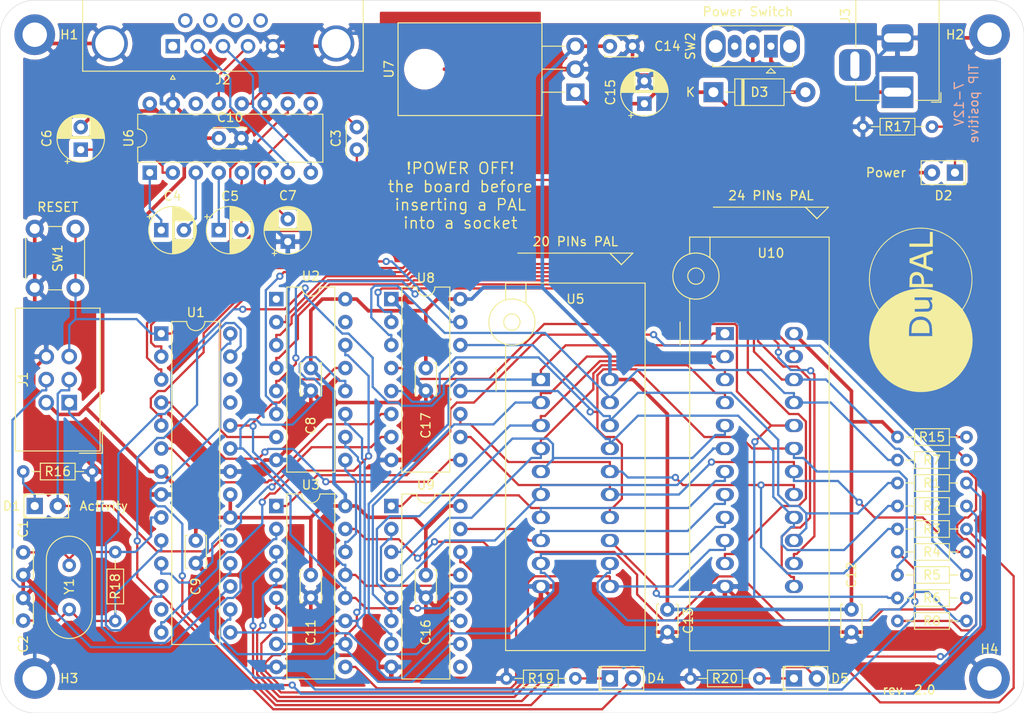
<source format=kicad_pcb>
(kicad_pcb (version 20171130) (host pcbnew 5.1.6-1.fc32)
  (layers (0 F.Cu signal hide) (31 B.Cu signal hide) (34 B.Paste user) (35 F.Paste user) (36 B.SilkS user) (37 F.SilkS user) (38 B.Mask user) (39 F.Mask user) (44 Edge.Cuts user))
  (net 0 "")
  (net 1 /XTAL1)
  (net 2 GND)
  (net 3 /XTAL2)
  (net 4 "Net-(C3-Pad2)")
  (net 5 /~RESET)
  (net 6 "Net-(C4-Pad2)")
  (net 7 "Net-(C4-Pad1)")
  (net 8 "Net-(C5-Pad2)")
  (net 9 "Net-(C5-Pad1)")
  (net 10 VCC)
  (net 11 "Net-(C6-Pad1)")
  (net 12 "Net-(C7-Pad2)")
  (net 13 /RECT_V12)
  (net 14 /SCK)
  (net 15 "Net-(D1-Pad1)")
  (net 16 "Net-(D2-Pad1)")
  (net 17 /SW_12V)
  (net 18 /MOSI)
  (net 19 /MISO)
  (net 20 /RS232-DTR)
  (net 21 /RS232-TX)
  (net 22 /RS232-RX)
  (net 23 +12V)
  (net 24 /TTL-TX)
  (net 25 /TTL-RX)
  (net 26 "Net-(U2-Pad9)")
  (net 27 "Net-(D4-Pad2)")
  (net 28 "Net-(D4-Pad1)")
  (net 29 "Net-(D5-Pad2)")
  (net 30 "Net-(D5-Pad1)")
  (net 31 "Net-(J2-Pad9)")
  (net 32 "Net-(J2-Pad8)")
  (net 33 "Net-(J2-Pad7)")
  (net 34 "Net-(J2-Pad6)")
  (net 35 "Net-(J2-Pad1)")
  (net 36 /P20_18)
  (net 37 /SIPO_O_14)
  (net 38 /P20_17)
  (net 39 /SIPO_O_13)
  (net 40 /P20_16)
  (net 41 /SIPO_O_12)
  (net 42 /P20_15)
  (net 43 /SIPO_O_11)
  (net 44 /P20_14)
  (net 45 /SIPO_O_10)
  (net 46 /P20_13)
  (net 47 /SIPO_O_9)
  (net 48 /P20_19)
  (net 49 /SIPO_O_8)
  (net 50 /P20_12)
  (net 51 /SIPO_O_7)
  (net 52 /SIPO_SER)
  (net 53 "Net-(U1-Pad13)")
  (net 54 "Net-(U1-Pad26)")
  (net 55 /PISO_SER)
  (net 56 "Net-(U1-Pad25)")
  (net 57 /PISO_CLK)
  (net 58 /~SIPO_OE)
  (net 59 /SIPO_RCLK)
  (net 60 /PISO_INH)
  (net 61 /PISO_SH)
  (net 62 /~PISO_CLR)
  (net 63 /~SIPO_CLR)
  (net 64 /SIPO_CLK)
  (net 65 /SIPO_O_1)
  (net 66 /P24_11)
  (net 67 /P24_13)
  (net 68 /P24_14)
  (net 69 /P24_23)
  (net 70 /SIPO_O_2)
  (net 71 /P20_9)
  (net 72 /P20_11)
  (net 73 "Net-(U3-Pad9)")
  (net 74 /P20_8)
  (net 75 /P20_7)
  (net 76 /P20_6)
  (net 77 /P20_5)
  (net 78 /P20_4)
  (net 79 /P20_3)
  (net 80 /P20_2)
  (net 81 /P20_1)
  (net 82 "Net-(U6-Pad14)")
  (net 83 "Net-(U9-Pad9)")
  (module logo:logo (layer F.Cu) (at 205.74 86.36 90)
    (fp_text reference G*** hide)
    (fp_text value LOGO hide)
  )
  (module MountingHole:MountingHole_2.7mm_M2.5_ISO7380_Pad (layer F.Cu) (at 200.66 129.54)
    (fp_text reference H4 (at 0 -3.25) (layer F.SilkS))
    (fp_text value MountingHole_Pad)
    (pad 1 thru_hole circle (at 0 0) (size 4.5 4.5) (drill 2.7) (layers *.Cu *.Mask) (net 2 GND))
  )
  (module MountingHole:MountingHole_2.7mm_M2.5_ISO7380_Pad (layer F.Cu) (at 95.25 129.54)
    (fp_text reference H3 (at 3.81 0) (layer F.SilkS))
    (fp_text value MountingHole_Pad)
    (pad 1 thru_hole circle (at 0 0) (size 4.5 4.5) (drill 2.7) (layers *.Cu *.Mask) (net 2 GND))
  )
  (module MountingHole:MountingHole_2.7mm_M2.5_ISO7380_Pad (layer F.Cu) (at 200.66 58.42)
    (fp_text reference H2 (at -3.81 0) (layer F.SilkS))
    (fp_text value MountingHole_Pad)
    (pad 1 thru_hole circle (at 0 0) (size 4.5 4.5) (drill 2.7) (layers *.Cu *.Mask) (net 2 GND))
  )
  (module MountingHole:MountingHole_2.7mm_M2.5_ISO7380_Pad (layer F.Cu) (at 95.25 58.42)
    (fp_text reference H1 (at 3.81 0) (layer F.SilkS))
    (fp_text value MountingHole_Pad)
    (pad 1 thru_hole circle (at 0 0) (size 4.5 4.5) (drill 2.7) (layers *.Cu *.Mask) (net 2 GND))
  )
  (module Socket:DIP_Socket-24_W4.3_W5.08_W7.62_W10.16_W10.9_3M_224-5248-00-0602J (layer F.Cu) (at 171.45 91.44)
    (fp_text reference U10 (at 5.08 -8.89) (layer F.SilkS))
    (fp_text value "24 Pin PAL")
    (pad 13 thru_hole oval (at 7.62 27.94) (size 2 1.44) (drill 1) (layers *.Cu *.Mask) (net 67 /P24_13))
    (pad 12 thru_hole oval (at 0 27.94) (size 2 1.44) (drill 1) (layers *.Cu *.Mask) (net 2 GND))
    (pad 14 thru_hole oval (at 7.62 25.4) (size 2 1.44) (drill 1) (layers *.Cu *.Mask) (net 68 /P24_14))
    (pad 11 thru_hole oval (at 0 25.4) (size 2 1.44) (drill 1) (layers *.Cu *.Mask) (net 66 /P24_11))
    (pad 15 thru_hole oval (at 7.62 22.86) (size 2 1.44) (drill 1) (layers *.Cu *.Mask) (net 36 /P20_18))
    (pad 10 thru_hole oval (at 0 22.86) (size 2 1.44) (drill 1) (layers *.Cu *.Mask) (net 72 /P20_11))
    (pad 16 thru_hole oval (at 7.62 20.32) (size 2 1.44) (drill 1) (layers *.Cu *.Mask) (net 38 /P20_17))
    (pad 9 thru_hole oval (at 0 20.32) (size 2 1.44) (drill 1) (layers *.Cu *.Mask) (net 71 /P20_9))
    (pad 17 thru_hole oval (at 7.62 17.78) (size 2 1.44) (drill 1) (layers *.Cu *.Mask) (net 40 /P20_16))
    (pad 8 thru_hole oval (at 0 17.78) (size 2 1.44) (drill 1) (layers *.Cu *.Mask) (net 74 /P20_8))
    (pad 18 thru_hole oval (at 7.62 15.24) (size 2 1.44) (drill 1) (layers *.Cu *.Mask) (net 42 /P20_15))
    (pad 7 thru_hole oval (at 0 15.24) (size 2 1.44) (drill 1) (layers *.Cu *.Mask) (net 75 /P20_7))
    (pad 19 thru_hole oval (at 7.62 12.7) (size 2 1.44) (drill 1) (layers *.Cu *.Mask) (net 44 /P20_14))
    (pad 6 thru_hole oval (at 0 12.7) (size 2 1.44) (drill 1) (layers *.Cu *.Mask) (net 76 /P20_6))
    (pad 20 thru_hole oval (at 7.62 10.16) (size 2 1.44) (drill 1) (layers *.Cu *.Mask) (net 46 /P20_13))
    (pad 5 thru_hole oval (at 0 10.16) (size 2 1.44) (drill 1) (layers *.Cu *.Mask) (net 77 /P20_5))
    (pad 21 thru_hole oval (at 7.62 7.62) (size 2 1.44) (drill 1) (layers *.Cu *.Mask) (net 48 /P20_19))
    (pad 4 thru_hole oval (at 0 7.62) (size 2 1.44) (drill 1) (layers *.Cu *.Mask) (net 78 /P20_4))
    (pad 22 thru_hole oval (at 7.62 5.08) (size 2 1.44) (drill 1) (layers *.Cu *.Mask) (net 50 /P20_12))
    (pad 3 thru_hole oval (at 0 5.08) (size 2 1.44) (drill 1) (layers *.Cu *.Mask) (net 79 /P20_3))
    (pad 23 thru_hole oval (at 7.62 2.54) (size 2 1.44) (drill 1) (layers *.Cu *.Mask) (net 69 /P24_23))
    (pad 2 thru_hole oval (at 0 2.54) (size 2 1.44) (drill 1) (layers *.Cu *.Mask) (net 80 /P20_2))
    (pad 24 thru_hole oval (at 7.62 0) (size 2 1.44) (drill 1) (layers *.Cu *.Mask) (net 10 VCC))
    (pad 1 thru_hole rect (at 0 0) (size 2 1.44) (drill 1) (layers *.Cu *.Mask) (net 81 /P20_1))
  )
  (module Package_DIP:DIP-16_W7.62mm (layer F.Cu) (at 134.62 110.49)
    (fp_text reference U9 (at 3.81 -2.33) (layer F.SilkS))
    (fp_text value 74HC595)
    (pad 16 thru_hole oval (at 7.62 0) (size 1.6 1.6) (drill 0.8) (layers *.Cu *.Mask) (net 10 VCC))
    (pad 8 thru_hole oval (at 0 17.78) (size 1.6 1.6) (drill 0.8) (layers *.Cu *.Mask) (net 2 GND))
    (pad 15 thru_hole oval (at 7.62 2.54) (size 1.6 1.6) (drill 0.8) (layers *.Cu *.Mask) (net 74 /P20_8))
    (pad 7 thru_hole oval (at 0 15.24) (size 1.6 1.6) (drill 0.8) (layers *.Cu *.Mask) (net 81 /P20_1))
    (pad 14 thru_hole oval (at 7.62 5.08) (size 1.6 1.6) (drill 0.8) (layers *.Cu *.Mask) (net 73 "Net-(U3-Pad9)"))
    (pad 6 thru_hole oval (at 0 12.7) (size 1.6 1.6) (drill 0.8) (layers *.Cu *.Mask) (net 80 /P20_2))
    (pad 13 thru_hole oval (at 7.62 7.62) (size 1.6 1.6) (drill 0.8) (layers *.Cu *.Mask) (net 58 /~SIPO_OE))
    (pad 5 thru_hole oval (at 0 10.16) (size 1.6 1.6) (drill 0.8) (layers *.Cu *.Mask) (net 79 /P20_3))
    (pad 12 thru_hole oval (at 7.62 10.16) (size 1.6 1.6) (drill 0.8) (layers *.Cu *.Mask) (net 59 /SIPO_RCLK))
    (pad 4 thru_hole oval (at 0 7.62) (size 1.6 1.6) (drill 0.8) (layers *.Cu *.Mask) (net 78 /P20_4))
    (pad 11 thru_hole oval (at 7.62 12.7) (size 1.6 1.6) (drill 0.8) (layers *.Cu *.Mask) (net 64 /SIPO_CLK))
    (pad 3 thru_hole oval (at 0 5.08) (size 1.6 1.6) (drill 0.8) (layers *.Cu *.Mask) (net 77 /P20_5))
    (pad 10 thru_hole oval (at 7.62 15.24) (size 1.6 1.6) (drill 0.8) (layers *.Cu *.Mask) (net 63 /~SIPO_CLR))
    (pad 2 thru_hole oval (at 0 2.54) (size 1.6 1.6) (drill 0.8) (layers *.Cu *.Mask) (net 76 /P20_6))
    (pad 9 thru_hole oval (at 7.62 17.78) (size 1.6 1.6) (drill 0.8) (layers *.Cu *.Mask) (net 83 "Net-(U9-Pad9)"))
    (pad 1 thru_hole rect (at 0 0) (size 1.6 1.6) (drill 0.8) (layers *.Cu *.Mask) (net 75 /P20_7))
  )
  (module Package_DIP:DIP-16_W7.62mm (layer F.Cu) (at 134.62 87.63)
    (fp_text reference U8 (at 3.81 -2.33) (layer F.SilkS))
    (fp_text value 74HC166)
    (pad 16 thru_hole oval (at 7.62 0) (size 1.6 1.6) (drill 0.8) (layers *.Cu *.Mask) (net 10 VCC))
    (pad 8 thru_hole oval (at 0 17.78) (size 1.6 1.6) (drill 0.8) (layers *.Cu *.Mask) (net 2 GND))
    (pad 15 thru_hole oval (at 7.62 2.54) (size 1.6 1.6) (drill 0.8) (layers *.Cu *.Mask) (net 61 /PISO_SH))
    (pad 7 thru_hole oval (at 0 15.24) (size 1.6 1.6) (drill 0.8) (layers *.Cu *.Mask) (net 57 /PISO_CLK))
    (pad 14 thru_hole oval (at 7.62 5.08) (size 1.6 1.6) (drill 0.8) (layers *.Cu *.Mask) (net 36 /P20_18))
    (pad 6 thru_hole oval (at 0 12.7) (size 1.6 1.6) (drill 0.8) (layers *.Cu *.Mask) (net 60 /PISO_INH))
    (pad 13 thru_hole oval (at 7.62 7.62) (size 1.6 1.6) (drill 0.8) (layers *.Cu *.Mask) (net 55 /PISO_SER))
    (pad 5 thru_hole oval (at 0 10.16) (size 1.6 1.6) (drill 0.8) (layers *.Cu *.Mask) (net 44 /P20_14))
    (pad 12 thru_hole oval (at 7.62 10.16) (size 1.6 1.6) (drill 0.8) (layers *.Cu *.Mask) (net 38 /P20_17))
    (pad 4 thru_hole oval (at 0 7.62) (size 1.6 1.6) (drill 0.8) (layers *.Cu *.Mask) (net 46 /P20_13))
    (pad 11 thru_hole oval (at 7.62 12.7) (size 1.6 1.6) (drill 0.8) (layers *.Cu *.Mask) (net 40 /P20_16))
    (pad 3 thru_hole oval (at 0 5.08) (size 1.6 1.6) (drill 0.8) (layers *.Cu *.Mask) (net 48 /P20_19))
    (pad 10 thru_hole oval (at 7.62 15.24) (size 1.6 1.6) (drill 0.8) (layers *.Cu *.Mask) (net 42 /P20_15))
    (pad 2 thru_hole oval (at 0 2.54) (size 1.6 1.6) (drill 0.8) (layers *.Cu *.Mask) (net 50 /P20_12))
    (pad 9 thru_hole oval (at 7.62 17.78) (size 1.6 1.6) (drill 0.8) (layers *.Cu *.Mask) (net 62 /~PISO_CLR))
    (pad 1 thru_hole rect (at 0 0) (size 1.6 1.6) (drill 0.8) (layers *.Cu *.Mask) (net 2 GND))
  )
  (module Package_TO_SOT_THT:TO-220-3_Horizontal_TabDown (layer F.Cu) (at 154.94 64.77 90)
    (fp_text reference U7 (at 2.54 -20.58 90) (layer F.SilkS))
    (fp_text value L7805)
    (pad 3 thru_hole oval (at 5.08 0 90) (size 1.905 2) (drill 1.1) (layers *.Cu *.Mask) (net 10 VCC))
    (pad 2 thru_hole oval (at 2.54 0 90) (size 1.905 2) (drill 1.1) (layers *.Cu *.Mask) (net 2 GND))
    (pad 1 thru_hole rect (at 0 0 90) (size 1.905 2) (drill 1.1) (layers *.Cu *.Mask) (net 13 /RECT_V12))
    (pad "" np_thru_hole oval (at 2.54 -16.66 90) (size 3.5 3.5) (drill 3.5) (layers *.Cu *.Mask))
  )
  (module Resistor_THT:R_Axial_DIN0204_L3.6mm_D1.6mm_P7.62mm_Horizontal (layer F.Cu) (at 175.26 129.54 180)
    (fp_text reference R20 (at 3.81 0) (layer F.SilkS))
    (fp_text value 680)
    (pad 2 thru_hole oval (at 7.62 0 180) (size 1.4 1.4) (drill 0.7) (layers *.Cu *.Mask) (net 2 GND))
    (pad 1 thru_hole circle (at 0 0 180) (size 1.4 1.4) (drill 0.7) (layers *.Cu *.Mask) (net 30 "Net-(D5-Pad1)"))
  )
  (module Resistor_THT:R_Axial_DIN0204_L3.6mm_D1.6mm_P7.62mm_Horizontal (layer F.Cu) (at 154.94 129.54 180)
    (fp_text reference R19 (at 3.81 0) (layer F.SilkS))
    (fp_text value 680)
    (pad 2 thru_hole oval (at 7.62 0 180) (size 1.4 1.4) (drill 0.7) (layers *.Cu *.Mask) (net 2 GND))
    (pad 1 thru_hole circle (at 0 0 180) (size 1.4 1.4) (drill 0.7) (layers *.Cu *.Mask) (net 28 "Net-(D4-Pad1)"))
  )
  (module LED_THT:LED_D2.0mm_W4.8mm_H2.5mm_FlatTop (layer F.Cu) (at 179.07 129.54)
    (fp_text reference D5 (at 5.08 0) (layer F.SilkS))
    (fp_text value PAL24_LED)
    (pad 2 thru_hole circle (at 2.54 0) (size 1.8 1.8) (drill 0.9) (layers *.Cu *.Mask) (net 29 "Net-(D5-Pad2)"))
    (pad 1 thru_hole rect (at 0 0) (size 1.8 1.8) (drill 0.9) (layers *.Cu *.Mask) (net 30 "Net-(D5-Pad1)"))
  )
  (module LED_THT:LED_D2.0mm_W4.8mm_H2.5mm_FlatTop (layer F.Cu) (at 158.75 129.54)
    (fp_text reference D4 (at 5.08 0) (layer F.SilkS))
    (fp_text value PAL20_LED)
    (pad 2 thru_hole circle (at 2.54 0) (size 1.8 1.8) (drill 0.9) (layers *.Cu *.Mask) (net 27 "Net-(D4-Pad2)"))
    (pad 1 thru_hole rect (at 0 0) (size 1.8 1.8) (drill 0.9) (layers *.Cu *.Mask) (net 28 "Net-(D4-Pad1)"))
  )
  (module Capacitor_THT:C_Disc_D3.4mm_W2.1mm_P2.50mm (layer F.Cu) (at 138.43 95.25 270)
    (fp_text reference C17 (at 6.35 0 90) (layer F.SilkS))
    (fp_text value 100nF)
    (pad 2 thru_hole circle (at 2.5 0 270) (size 1.6 1.6) (drill 0.8) (layers *.Cu *.Mask) (net 2 GND))
    (pad 1 thru_hole circle (at 0 0 270) (size 1.6 1.6) (drill 0.8) (layers *.Cu *.Mask) (net 10 VCC))
  )
  (module Capacitor_THT:C_Disc_D3.4mm_W2.1mm_P2.50mm (layer F.Cu) (at 138.43 118.11 270)
    (fp_text reference C16 (at 6.35 0 90) (layer F.SilkS))
    (fp_text value 100nF)
    (pad 2 thru_hole circle (at 2.5 0 270) (size 1.6 1.6) (drill 0.8) (layers *.Cu *.Mask) (net 2 GND))
    (pad 1 thru_hole circle (at 0 0 270) (size 1.6 1.6) (drill 0.8) (layers *.Cu *.Mask) (net 10 VCC))
  )
  (module Capacitor_THT:C_Disc_D3.4mm_W2.1mm_P2.50mm (layer F.Cu) (at 165.1 121.92 270)
    (fp_text reference C13 (at 1.25 -2.3 90) (layer F.SilkS))
    (fp_text value 100nF)
    (pad 2 thru_hole circle (at 2.5 0 270) (size 1.6 1.6) (drill 0.8) (layers *.Cu *.Mask) (net 2 GND))
    (pad 1 thru_hole circle (at 0 0 270) (size 1.6 1.6) (drill 0.8) (layers *.Cu *.Mask) (net 10 VCC))
  )
  (module Crystal:Crystal_HC49-U_Vertical (layer F.Cu) (at 99.06 121.92 90)
    (fp_text reference Y1 (at 2.54 0 90) (layer F.SilkS))
    (fp_text value 8Mhz)
    (pad 2 thru_hole circle (at 4.88 0 90) (size 1.5 1.5) (drill 0.8) (layers *.Cu *.Mask) (net 1 /XTAL1))
    (pad 1 thru_hole circle (at 0 0 90) (size 1.5 1.5) (drill 0.8) (layers *.Cu *.Mask) (net 3 /XTAL2))
  )
  (module Package_DIP:DIP-16_W7.62mm (layer F.Cu) (at 107.95 73.66 90)
    (fp_text reference U6 (at 3.81 -2.33 90) (layer F.SilkS))
    (fp_text value MAX232)
    (pad 16 thru_hole oval (at 7.62 0 90) (size 1.6 1.6) (drill 0.8) (layers *.Cu *.Mask) (net 10 VCC))
    (pad 8 thru_hole oval (at 0 17.78 90) (size 1.6 1.6) (drill 0.8) (layers *.Cu *.Mask) (net 21 /RS232-TX))
    (pad 15 thru_hole oval (at 7.62 2.54 90) (size 1.6 1.6) (drill 0.8) (layers *.Cu *.Mask) (net 2 GND))
    (pad 7 thru_hole oval (at 0 15.24 90) (size 1.6 1.6) (drill 0.8) (layers *.Cu *.Mask) (net 22 /RS232-RX))
    (pad 14 thru_hole oval (at 7.62 5.08 90) (size 1.6 1.6) (drill 0.8) (layers *.Cu *.Mask) (net 82 "Net-(U6-Pad14)"))
    (pad 6 thru_hole oval (at 0 12.7 90) (size 1.6 1.6) (drill 0.8) (layers *.Cu *.Mask) (net 12 "Net-(C7-Pad2)"))
    (pad 13 thru_hole oval (at 7.62 7.62 90) (size 1.6 1.6) (drill 0.8) (layers *.Cu *.Mask) (net 20 /RS232-DTR))
    (pad 5 thru_hole oval (at 0 10.16 90) (size 1.6 1.6) (drill 0.8) (layers *.Cu *.Mask) (net 8 "Net-(C5-Pad2)"))
    (pad 12 thru_hole oval (at 7.62 10.16 90) (size 1.6 1.6) (drill 0.8) (layers *.Cu *.Mask) (net 4 "Net-(C3-Pad2)"))
    (pad 4 thru_hole oval (at 0 7.62 90) (size 1.6 1.6) (drill 0.8) (layers *.Cu *.Mask) (net 9 "Net-(C5-Pad1)"))
    (pad 11 thru_hole oval (at 7.62 12.7 90) (size 1.6 1.6) (drill 0.8) (layers *.Cu *.Mask) (net 2 GND))
    (pad 3 thru_hole oval (at 0 5.08 90) (size 1.6 1.6) (drill 0.8) (layers *.Cu *.Mask) (net 6 "Net-(C4-Pad2)"))
    (pad 10 thru_hole oval (at 7.62 15.24 90) (size 1.6 1.6) (drill 0.8) (layers *.Cu *.Mask) (net 24 /TTL-TX))
    (pad 2 thru_hole oval (at 0 2.54 90) (size 1.6 1.6) (drill 0.8) (layers *.Cu *.Mask) (net 11 "Net-(C6-Pad1)"))
    (pad 9 thru_hole oval (at 7.62 17.78 90) (size 1.6 1.6) (drill 0.8) (layers *.Cu *.Mask) (net 25 /TTL-RX))
    (pad 1 thru_hole rect (at 0 0 90) (size 1.6 1.6) (drill 0.8) (layers *.Cu *.Mask) (net 7 "Net-(C4-Pad1)"))
  )
  (module Socket:DIP_Socket-20_W4.3_W5.08_W7.62_W10.16_W10.9_3M_220-3342-00-0602J (layer F.Cu) (at 151.13 96.52)
    (fp_text reference U5 (at 3.81 -8.89) (layer F.SilkS))
    (fp_text value "20 Pin PAL")
    (pad 11 thru_hole oval (at 7.62 22.86) (size 2 1.44) (drill 1) (layers *.Cu *.Mask) (net 72 /P20_11))
    (pad 10 thru_hole oval (at 0 22.86) (size 2 1.44) (drill 1) (layers *.Cu *.Mask) (net 2 GND))
    (pad 12 thru_hole oval (at 7.62 20.32) (size 2 1.44) (drill 1) (layers *.Cu *.Mask) (net 50 /P20_12))
    (pad 9 thru_hole oval (at 0 20.32) (size 2 1.44) (drill 1) (layers *.Cu *.Mask) (net 71 /P20_9))
    (pad 13 thru_hole oval (at 7.62 17.78) (size 2 1.44) (drill 1) (layers *.Cu *.Mask) (net 46 /P20_13))
    (pad 8 thru_hole oval (at 0 17.78) (size 2 1.44) (drill 1) (layers *.Cu *.Mask) (net 74 /P20_8))
    (pad 14 thru_hole oval (at 7.62 15.24) (size 2 1.44) (drill 1) (layers *.Cu *.Mask) (net 44 /P20_14))
    (pad 7 thru_hole oval (at 0 15.24) (size 2 1.44) (drill 1) (layers *.Cu *.Mask) (net 75 /P20_7))
    (pad 15 thru_hole oval (at 7.62 12.7) (size 2 1.44) (drill 1) (layers *.Cu *.Mask) (net 42 /P20_15))
    (pad 6 thru_hole oval (at 0 12.7) (size 2 1.44) (drill 1) (layers *.Cu *.Mask) (net 76 /P20_6))
    (pad 16 thru_hole oval (at 7.62 10.16) (size 2 1.44) (drill 1) (layers *.Cu *.Mask) (net 40 /P20_16))
    (pad 5 thru_hole oval (at 0 10.16) (size 2 1.44) (drill 1) (layers *.Cu *.Mask) (net 77 /P20_5))
    (pad 17 thru_hole oval (at 7.62 7.62) (size 2 1.44) (drill 1) (layers *.Cu *.Mask) (net 38 /P20_17))
    (pad 4 thru_hole oval (at 0 7.62) (size 2 1.44) (drill 1) (layers *.Cu *.Mask) (net 78 /P20_4))
    (pad 18 thru_hole oval (at 7.62 5.08) (size 2 1.44) (drill 1) (layers *.Cu *.Mask) (net 36 /P20_18))
    (pad 3 thru_hole oval (at 0 5.08) (size 2 1.44) (drill 1) (layers *.Cu *.Mask) (net 79 /P20_3))
    (pad 19 thru_hole oval (at 7.62 2.54) (size 2 1.44) (drill 1) (layers *.Cu *.Mask) (net 48 /P20_19))
    (pad 2 thru_hole oval (at 0 2.54) (size 2 1.44) (drill 1) (layers *.Cu *.Mask) (net 80 /P20_2))
    (pad 20 thru_hole oval (at 7.62 0) (size 2 1.44) (drill 1) (layers *.Cu *.Mask) (net 10 VCC))
    (pad 1 thru_hole rect (at 0 0) (size 2 1.44) (drill 1) (layers *.Cu *.Mask) (net 81 /P20_1))
  )
  (module Package_DIP:DIP-16_W7.62mm (layer F.Cu) (at 121.92 110.49)
    (fp_text reference U3 (at 3.81 -2.33) (layer F.SilkS))
    (fp_text value 74HC595)
    (pad 16 thru_hole oval (at 7.62 0) (size 1.6 1.6) (drill 0.8) (layers *.Cu *.Mask) (net 10 VCC))
    (pad 8 thru_hole oval (at 0 17.78) (size 1.6 1.6) (drill 0.8) (layers *.Cu *.Mask) (net 2 GND))
    (pad 15 thru_hole oval (at 7.62 2.54) (size 1.6 1.6) (drill 0.8) (layers *.Cu *.Mask) (net 47 /SIPO_O_9))
    (pad 7 thru_hole oval (at 0 15.24) (size 1.6 1.6) (drill 0.8) (layers *.Cu *.Mask) (net 71 /P20_9))
    (pad 14 thru_hole oval (at 7.62 5.08) (size 1.6 1.6) (drill 0.8) (layers *.Cu *.Mask) (net 26 "Net-(U2-Pad9)"))
    (pad 6 thru_hole oval (at 0 12.7) (size 1.6 1.6) (drill 0.8) (layers *.Cu *.Mask) (net 72 /P20_11))
    (pad 13 thru_hole oval (at 7.62 7.62) (size 1.6 1.6) (drill 0.8) (layers *.Cu *.Mask) (net 58 /~SIPO_OE))
    (pad 5 thru_hole oval (at 0 10.16) (size 1.6 1.6) (drill 0.8) (layers *.Cu *.Mask) (net 37 /SIPO_O_14))
    (pad 12 thru_hole oval (at 7.62 10.16) (size 1.6 1.6) (drill 0.8) (layers *.Cu *.Mask) (net 59 /SIPO_RCLK))
    (pad 4 thru_hole oval (at 0 7.62) (size 1.6 1.6) (drill 0.8) (layers *.Cu *.Mask) (net 39 /SIPO_O_13))
    (pad 11 thru_hole oval (at 7.62 12.7) (size 1.6 1.6) (drill 0.8) (layers *.Cu *.Mask) (net 64 /SIPO_CLK))
    (pad 3 thru_hole oval (at 0 5.08) (size 1.6 1.6) (drill 0.8) (layers *.Cu *.Mask) (net 41 /SIPO_O_12))
    (pad 10 thru_hole oval (at 7.62 15.24) (size 1.6 1.6) (drill 0.8) (layers *.Cu *.Mask) (net 63 /~SIPO_CLR))
    (pad 2 thru_hole oval (at 0 2.54) (size 1.6 1.6) (drill 0.8) (layers *.Cu *.Mask) (net 43 /SIPO_O_11))
    (pad 9 thru_hole oval (at 7.62 17.78) (size 1.6 1.6) (drill 0.8) (layers *.Cu *.Mask) (net 73 "Net-(U3-Pad9)"))
    (pad 1 thru_hole rect (at 0 0) (size 1.6 1.6) (drill 0.8) (layers *.Cu *.Mask) (net 45 /SIPO_O_10))
  )
  (module Package_DIP:DIP-16_W7.62mm (layer F.Cu) (at 121.92 87.63)
    (fp_text reference U2 (at 3.81 -2.54) (layer F.SilkS))
    (fp_text value 74HC595)
    (pad 16 thru_hole oval (at 7.62 0) (size 1.6 1.6) (drill 0.8) (layers *.Cu *.Mask) (net 10 VCC))
    (pad 8 thru_hole oval (at 0 17.78) (size 1.6 1.6) (drill 0.8) (layers *.Cu *.Mask) (net 2 GND))
    (pad 15 thru_hole oval (at 7.62 2.54) (size 1.6 1.6) (drill 0.8) (layers *.Cu *.Mask) (net 65 /SIPO_O_1))
    (pad 7 thru_hole oval (at 0 15.24) (size 1.6 1.6) (drill 0.8) (layers *.Cu *.Mask) (net 49 /SIPO_O_8))
    (pad 14 thru_hole oval (at 7.62 5.08) (size 1.6 1.6) (drill 0.8) (layers *.Cu *.Mask) (net 52 /SIPO_SER))
    (pad 6 thru_hole oval (at 0 12.7) (size 1.6 1.6) (drill 0.8) (layers *.Cu *.Mask) (net 51 /SIPO_O_7))
    (pad 13 thru_hole oval (at 7.62 7.62) (size 1.6 1.6) (drill 0.8) (layers *.Cu *.Mask) (net 58 /~SIPO_OE))
    (pad 5 thru_hole oval (at 0 10.16) (size 1.6 1.6) (drill 0.8) (layers *.Cu *.Mask) (net 66 /P24_11))
    (pad 12 thru_hole oval (at 7.62 10.16) (size 1.6 1.6) (drill 0.8) (layers *.Cu *.Mask) (net 59 /SIPO_RCLK))
    (pad 4 thru_hole oval (at 0 7.62) (size 1.6 1.6) (drill 0.8) (layers *.Cu *.Mask) (net 67 /P24_13))
    (pad 11 thru_hole oval (at 7.62 12.7) (size 1.6 1.6) (drill 0.8) (layers *.Cu *.Mask) (net 64 /SIPO_CLK))
    (pad 3 thru_hole oval (at 0 5.08) (size 1.6 1.6) (drill 0.8) (layers *.Cu *.Mask) (net 68 /P24_14))
    (pad 10 thru_hole oval (at 7.62 15.24) (size 1.6 1.6) (drill 0.8) (layers *.Cu *.Mask) (net 63 /~SIPO_CLR))
    (pad 2 thru_hole oval (at 0 2.54) (size 1.6 1.6) (drill 0.8) (layers *.Cu *.Mask) (net 69 /P24_23))
    (pad 9 thru_hole oval (at 7.62 17.78) (size 1.6 1.6) (drill 0.8) (layers *.Cu *.Mask) (net 26 "Net-(U2-Pad9)"))
    (pad 1 thru_hole rect (at 0 0) (size 1.6 1.6) (drill 0.8) (layers *.Cu *.Mask) (net 70 /SIPO_O_2))
  )
  (module Package_DIP:DIP-28_W7.62mm (layer F.Cu) (at 109.22 91.44)
    (fp_text reference U1 (at 3.81 -2.33) (layer F.SilkS))
    (fp_text value ATmega8A-PU)
    (pad 28 thru_hole oval (at 7.62 0) (size 1.6 1.6) (drill 0.8) (layers *.Cu *.Mask) (net 29 "Net-(D5-Pad2)"))
    (pad 14 thru_hole oval (at 0 33.02) (size 1.6 1.6) (drill 0.8) (layers *.Cu *.Mask) (net 52 /SIPO_SER))
    (pad 27 thru_hole oval (at 7.62 2.54) (size 1.6 1.6) (drill 0.8) (layers *.Cu *.Mask) (net 27 "Net-(D4-Pad2)"))
    (pad 13 thru_hole oval (at 0 30.48) (size 1.6 1.6) (drill 0.8) (layers *.Cu *.Mask) (net 53 "Net-(U1-Pad13)"))
    (pad 26 thru_hole oval (at 7.62 5.08) (size 1.6 1.6) (drill 0.8) (layers *.Cu *.Mask) (net 54 "Net-(U1-Pad26)"))
    (pad 12 thru_hole oval (at 0 27.94) (size 1.6 1.6) (drill 0.8) (layers *.Cu *.Mask) (net 55 /PISO_SER))
    (pad 25 thru_hole oval (at 7.62 7.62) (size 1.6 1.6) (drill 0.8) (layers *.Cu *.Mask) (net 56 "Net-(U1-Pad25)"))
    (pad 11 thru_hole oval (at 0 25.4) (size 1.6 1.6) (drill 0.8) (layers *.Cu *.Mask) (net 57 /PISO_CLK))
    (pad 24 thru_hole oval (at 7.62 10.16) (size 1.6 1.6) (drill 0.8) (layers *.Cu *.Mask) (net 58 /~SIPO_OE))
    (pad 10 thru_hole oval (at 0 22.86) (size 1.6 1.6) (drill 0.8) (layers *.Cu *.Mask) (net 3 /XTAL2))
    (pad 23 thru_hole oval (at 7.62 12.7) (size 1.6 1.6) (drill 0.8) (layers *.Cu *.Mask) (net 59 /SIPO_RCLK))
    (pad 9 thru_hole oval (at 0 20.32) (size 1.6 1.6) (drill 0.8) (layers *.Cu *.Mask) (net 1 /XTAL1))
    (pad 22 thru_hole oval (at 7.62 15.24) (size 1.6 1.6) (drill 0.8) (layers *.Cu *.Mask) (net 2 GND))
    (pad 8 thru_hole oval (at 0 17.78) (size 1.6 1.6) (drill 0.8) (layers *.Cu *.Mask) (net 2 GND))
    (pad 21 thru_hole oval (at 7.62 17.78) (size 1.6 1.6) (drill 0.8) (layers *.Cu *.Mask) (net 10 VCC))
    (pad 7 thru_hole oval (at 0 15.24) (size 1.6 1.6) (drill 0.8) (layers *.Cu *.Mask) (net 10 VCC))
    (pad 20 thru_hole oval (at 7.62 20.32) (size 1.6 1.6) (drill 0.8) (layers *.Cu *.Mask) (net 10 VCC))
    (pad 6 thru_hole oval (at 0 12.7) (size 1.6 1.6) (drill 0.8) (layers *.Cu *.Mask) (net 60 /PISO_INH))
    (pad 19 thru_hole oval (at 7.62 22.86) (size 1.6 1.6) (drill 0.8) (layers *.Cu *.Mask) (net 14 /SCK))
    (pad 5 thru_hole oval (at 0 10.16) (size 1.6 1.6) (drill 0.8) (layers *.Cu *.Mask) (net 61 /PISO_SH))
    (pad 18 thru_hole oval (at 7.62 25.4) (size 1.6 1.6) (drill 0.8) (layers *.Cu *.Mask) (net 19 /MISO))
    (pad 4 thru_hole oval (at 0 7.62) (size 1.6 1.6) (drill 0.8) (layers *.Cu *.Mask) (net 62 /~PISO_CLR))
    (pad 17 thru_hole oval (at 7.62 27.94) (size 1.6 1.6) (drill 0.8) (layers *.Cu *.Mask) (net 18 /MOSI))
    (pad 3 thru_hole oval (at 0 5.08) (size 1.6 1.6) (drill 0.8) (layers *.Cu *.Mask) (net 24 /TTL-TX))
    (pad 16 thru_hole oval (at 7.62 30.48) (size 1.6 1.6) (drill 0.8) (layers *.Cu *.Mask) (net 63 /~SIPO_CLR))
    (pad 2 thru_hole oval (at 0 2.54) (size 1.6 1.6) (drill 0.8) (layers *.Cu *.Mask) (net 25 /TTL-RX))
    (pad 15 thru_hole oval (at 7.62 33.02) (size 1.6 1.6) (drill 0.8) (layers *.Cu *.Mask) (net 64 /SIPO_CLK))
    (pad 1 thru_hole rect (at 0 0) (size 1.6 1.6) (drill 0.8) (layers *.Cu *.Mask) (net 5 /~RESET))
  )
  (module Button_Switch_THT:SW_Slide_1P2T_CK_OS102011MS2Q (layer F.Cu) (at 176.53 59.69 180)
    (fp_text reference SW2 (at 8.89 0 90) (layer F.SilkS))
    (fp_text value Power)
    (pad "" thru_hole oval (at 6.1 0 180) (size 2.2 3.5) (drill 1.5) (layers *.Cu *.Mask))
    (pad "" thru_hole oval (at -2.1 0 180) (size 2.2 3.5) (drill 1.5) (layers *.Cu *.Mask))
    (pad 3 thru_hole oval (at 4 0 180) (size 1.5 2.5) (drill 0.8) (layers *.Cu *.Mask))
    (pad 2 thru_hole oval (at 2 0 180) (size 1.5 2.5) (drill 0.8) (layers *.Cu *.Mask) (net 17 /SW_12V))
    (pad 1 thru_hole rect (at 0 0 180) (size 1.5 2.5) (drill 0.8) (layers *.Cu *.Mask) (net 23 +12V))
  )
  (module Button_Switch_THT:SW_PUSH_6mm (layer F.Cu) (at 95.25 86.36 90)
    (fp_text reference SW1 (at 3.25 2.54 90) (layer F.SilkS))
    (fp_text value SW_Push)
    (pad 1 thru_hole circle (at 6.5 0 180) (size 2 2) (drill 1.1) (layers *.Cu *.Mask) (net 2 GND))
    (pad 2 thru_hole circle (at 6.5 4.5 180) (size 2 2) (drill 1.1) (layers *.Cu *.Mask) (net 5 /~RESET))
    (pad 1 thru_hole circle (at 0 0 180) (size 2 2) (drill 1.1) (layers *.Cu *.Mask) (net 2 GND))
    (pad 2 thru_hole circle (at 0 4.5 180) (size 2 2) (drill 1.1) (layers *.Cu *.Mask) (net 5 /~RESET))
  )
  (module Resistor_THT:R_Axial_DIN0204_L3.6mm_D1.6mm_P7.62mm_Horizontal (layer F.Cu) (at 104.14 123.19 90)
    (fp_text reference R18 (at 3.81 0 90) (layer F.SilkS))
    (fp_text value 1M)
    (pad 2 thru_hole oval (at 7.62 0 90) (size 1.4 1.4) (drill 0.7) (layers *.Cu *.Mask) (net 1 /XTAL1))
    (pad 1 thru_hole circle (at 0 0 90) (size 1.4 1.4) (drill 0.7) (layers *.Cu *.Mask) (net 3 /XTAL2))
  )
  (module Resistor_THT:R_Axial_DIN0204_L3.6mm_D1.6mm_P7.62mm_Horizontal (layer F.Cu) (at 194.31 68.58 180)
    (fp_text reference R17 (at 3.81 0) (layer F.SilkS))
    (fp_text value 1.2K)
    (pad 2 thru_hole oval (at 7.62 0 180) (size 1.4 1.4) (drill 0.7) (layers *.Cu *.Mask) (net 2 GND))
    (pad 1 thru_hole circle (at 0 0 180) (size 1.4 1.4) (drill 0.7) (layers *.Cu *.Mask) (net 16 "Net-(D2-Pad1)"))
  )
  (module Resistor_THT:R_Axial_DIN0204_L3.6mm_D1.6mm_P7.62mm_Horizontal (layer F.Cu) (at 93.98 106.68)
    (fp_text reference R16 (at 3.81 0) (layer F.SilkS))
    (fp_text value 680)
    (pad 2 thru_hole oval (at 7.62 0) (size 1.4 1.4) (drill 0.7) (layers *.Cu *.Mask) (net 2 GND))
    (pad 1 thru_hole circle (at 0 0) (size 1.4 1.4) (drill 0.7) (layers *.Cu *.Mask) (net 15 "Net-(D1-Pad1)"))
  )
  (module Resistor_THT:R_Axial_DIN0204_L3.6mm_D1.6mm_P7.62mm_Horizontal (layer F.Cu) (at 190.5 102.87)
    (fp_text reference R15 (at 3.81 0) (layer F.SilkS))
    (fp_text value 10K)
    (pad 2 thru_hole oval (at 7.62 0) (size 1.4 1.4) (drill 0.7) (layers *.Cu *.Mask) (net 5 /~RESET))
    (pad 1 thru_hole circle (at 0 0) (size 1.4 1.4) (drill 0.7) (layers *.Cu *.Mask) (net 10 VCC))
  )
  (module Resistor_THT:R_Axial_DIN0204_L3.6mm_D1.6mm_P7.62mm_Horizontal (layer F.Cu) (at 190.5 123.19)
    (fp_text reference R8 (at 3.81 0) (layer F.SilkS))
    (fp_text value 10K)
    (pad 2 thru_hole oval (at 7.62 0) (size 1.4 1.4) (drill 0.7) (layers *.Cu *.Mask) (net 50 /P20_12))
    (pad 1 thru_hole circle (at 0 0) (size 1.4 1.4) (drill 0.7) (layers *.Cu *.Mask) (net 51 /SIPO_O_7))
  )
  (module Resistor_THT:R_Axial_DIN0204_L3.6mm_D1.6mm_P7.62mm_Horizontal (layer F.Cu) (at 198.12 105.41 180)
    (fp_text reference R7 (at 3.81 0) (layer F.SilkS))
    (fp_text value 10K)
    (pad 2 thru_hole oval (at 7.62 0 180) (size 1.4 1.4) (drill 0.7) (layers *.Cu *.Mask) (net 48 /P20_19))
    (pad 1 thru_hole circle (at 0 0 180) (size 1.4 1.4) (drill 0.7) (layers *.Cu *.Mask) (net 49 /SIPO_O_8))
  )
  (module Resistor_THT:R_Axial_DIN0204_L3.6mm_D1.6mm_P7.62mm_Horizontal (layer F.Cu) (at 198.12 120.65 180)
    (fp_text reference R6 (at 3.81 0) (layer F.SilkS))
    (fp_text value 10K)
    (pad 2 thru_hole oval (at 7.62 0 180) (size 1.4 1.4) (drill 0.7) (layers *.Cu *.Mask) (net 46 /P20_13))
    (pad 1 thru_hole circle (at 0 0 180) (size 1.4 1.4) (drill 0.7) (layers *.Cu *.Mask) (net 47 /SIPO_O_9))
  )
  (module Resistor_THT:R_Axial_DIN0204_L3.6mm_D1.6mm_P7.62mm_Horizontal (layer F.Cu) (at 198.12 118.11 180)
    (fp_text reference R5 (at 3.81 0) (layer F.SilkS))
    (fp_text value 10K)
    (pad 2 thru_hole oval (at 7.62 0 180) (size 1.4 1.4) (drill 0.7) (layers *.Cu *.Mask) (net 44 /P20_14))
    (pad 1 thru_hole circle (at 0 0 180) (size 1.4 1.4) (drill 0.7) (layers *.Cu *.Mask) (net 45 /SIPO_O_10))
  )
  (module Resistor_THT:R_Axial_DIN0204_L3.6mm_D1.6mm_P7.62mm_Horizontal (layer F.Cu) (at 190.5 115.57)
    (fp_text reference R4 (at 3.81 0) (layer F.SilkS))
    (fp_text value 10K)
    (pad 2 thru_hole oval (at 7.62 0) (size 1.4 1.4) (drill 0.7) (layers *.Cu *.Mask) (net 42 /P20_15))
    (pad 1 thru_hole circle (at 0 0) (size 1.4 1.4) (drill 0.7) (layers *.Cu *.Mask) (net 43 /SIPO_O_11))
  )
  (module Resistor_THT:R_Axial_DIN0204_L3.6mm_D1.6mm_P7.62mm_Horizontal (layer F.Cu) (at 198.12 113.03 180)
    (fp_text reference R3 (at 3.81 0) (layer F.SilkS))
    (fp_text value 10K)
    (pad 2 thru_hole oval (at 7.62 0 180) (size 1.4 1.4) (drill 0.7) (layers *.Cu *.Mask) (net 40 /P20_16))
    (pad 1 thru_hole circle (at 0 0 180) (size 1.4 1.4) (drill 0.7) (layers *.Cu *.Mask) (net 41 /SIPO_O_12))
  )
  (module Resistor_THT:R_Axial_DIN0204_L3.6mm_D1.6mm_P7.62mm_Horizontal (layer F.Cu) (at 198.12 110.49 180)
    (fp_text reference R2 (at 3.81 0) (layer F.SilkS))
    (fp_text value 10K)
    (pad 2 thru_hole oval (at 7.62 0 180) (size 1.4 1.4) (drill 0.7) (layers *.Cu *.Mask) (net 38 /P20_17))
    (pad 1 thru_hole circle (at 0 0 180) (size 1.4 1.4) (drill 0.7) (layers *.Cu *.Mask) (net 39 /SIPO_O_13))
  )
  (module Resistor_THT:R_Axial_DIN0204_L3.6mm_D1.6mm_P7.62mm_Horizontal (layer F.Cu) (at 198.12 107.95 180)
    (fp_text reference R1 (at 3.81 0) (layer F.SilkS))
    (fp_text value 10K)
    (pad 2 thru_hole oval (at 7.62 0 180) (size 1.4 1.4) (drill 0.7) (layers *.Cu *.Mask) (net 36 /P20_18))
    (pad 1 thru_hole circle (at 0 0 180) (size 1.4 1.4) (drill 0.7) (layers *.Cu *.Mask) (net 37 /SIPO_O_14))
  )
  (module Connector_BarrelJack:BarrelJack_Horizontal (layer F.Cu) (at 190.5 64.77 270)
    (fp_text reference J3 (at -8.45 5.75 90) (layer F.SilkS))
    (fp_text value "Power IN")
    (pad 3 thru_hole roundrect (at -3 4.7 270) (size 3.5 3.5) (drill oval 3 1) (layers *.Cu *.Mask))
    (pad 2 thru_hole roundrect (at -6 0 270) (size 3 3.5) (drill oval 1 3) (layers *.Cu *.Mask) (net 2 GND))
    (pad 1 thru_hole rect (at 0 0 270) (size 3.5 3.5) (drill oval 1 3) (layers *.Cu *.Mask) (net 23 +12V))
  )
  (module Connector_Dsub:DSUB-9_Female_Horizontal_P2.77x2.84mm_EdgePinOffset4.94mm_Housed_MountingHolesOffset7.48mm (layer F.Cu) (at 110.49 59.69 180)
    (fp_text reference J2 (at -5.54 -3.7) (layer F.SilkS))
    (fp_text value RS232)
    (pad 0 thru_hole circle (at 6.96 0.3 180) (size 4 4) (drill 3.2) (layers *.Cu *.Mask) (net 2 GND))
    (pad 0 thru_hole circle (at -18.04 0.3 180) (size 4 4) (drill 3.2) (layers *.Cu *.Mask) (net 2 GND))
    (pad 9 thru_hole circle (at -9.695 2.84 180) (size 1.6 1.6) (drill 1) (layers *.Cu *.Mask) (net 31 "Net-(J2-Pad9)"))
    (pad 8 thru_hole circle (at -6.925 2.84 180) (size 1.6 1.6) (drill 1) (layers *.Cu *.Mask) (net 32 "Net-(J2-Pad8)"))
    (pad 7 thru_hole circle (at -4.155 2.84 180) (size 1.6 1.6) (drill 1) (layers *.Cu *.Mask) (net 33 "Net-(J2-Pad7)"))
    (pad 6 thru_hole circle (at -1.385 2.84 180) (size 1.6 1.6) (drill 1) (layers *.Cu *.Mask) (net 34 "Net-(J2-Pad6)"))
    (pad 5 thru_hole circle (at -11.08 0 180) (size 1.6 1.6) (drill 1) (layers *.Cu *.Mask) (net 2 GND))
    (pad 4 thru_hole circle (at -8.31 0 180) (size 1.6 1.6) (drill 1) (layers *.Cu *.Mask) (net 20 /RS232-DTR))
    (pad 3 thru_hole circle (at -5.54 0 180) (size 1.6 1.6) (drill 1) (layers *.Cu *.Mask) (net 21 /RS232-TX))
    (pad 2 thru_hole circle (at -2.77 0 180) (size 1.6 1.6) (drill 1) (layers *.Cu *.Mask) (net 22 /RS232-RX))
    (pad 1 thru_hole rect (at 0 0 180) (size 1.6 1.6) (drill 1) (layers *.Cu *.Mask) (net 35 "Net-(J2-Pad1)"))
  )
  (module Connector_IDC:IDC-Header_2x03_P2.54mm_Vertical (layer F.Cu) (at 99.06 99.06 180)
    (fp_text reference J1 (at 5.08 2.54 90) (layer F.SilkS))
    (fp_text value AVR-ISP-6)
    (pad 6 thru_hole oval (at 2.54 5.08 180) (size 1.7272 1.7272) (drill 1.016) (layers *.Cu *.Mask) (net 2 GND))
    (pad 5 thru_hole oval (at 0 5.08 180) (size 1.7272 1.7272) (drill 1.016) (layers *.Cu *.Mask) (net 5 /~RESET))
    (pad 4 thru_hole oval (at 2.54 2.54 180) (size 1.7272 1.7272) (drill 1.016) (layers *.Cu *.Mask) (net 18 /MOSI))
    (pad 3 thru_hole oval (at 0 2.54 180) (size 1.7272 1.7272) (drill 1.016) (layers *.Cu *.Mask) (net 14 /SCK))
    (pad 2 thru_hole oval (at 2.54 0 180) (size 1.7272 1.7272) (drill 1.016) (layers *.Cu *.Mask) (net 10 VCC))
    (pad 1 thru_hole rect (at 0 0 180) (size 1.7272 1.7272) (drill 1.016) (layers *.Cu *.Mask) (net 19 /MISO))
  )
  (module Diode_THT:D_DO-41_SOD81_P10.16mm_Horizontal (layer F.Cu) (at 170.18 64.77)
    (fp_text reference D3 (at 5.08 0) (layer F.SilkS))
    (fp_text value 1N4001)
    (fp_text user K (at -2.54 0) (layer F.SilkS))
    (pad 2 thru_hole oval (at 10.16 0) (size 2.2 2.2) (drill 1.1) (layers *.Cu *.Mask) (net 17 /SW_12V))
    (pad 1 thru_hole rect (at 0 0) (size 2.2 2.2) (drill 1.1) (layers *.Cu *.Mask) (net 13 /RECT_V12))
  )
  (module LED_THT:LED_D2.0mm_W4.8mm_H2.5mm_FlatTop (layer F.Cu) (at 196.85 73.66 180)
    (fp_text reference D2 (at 1.27 -2.54) (layer F.SilkS))
    (fp_text value POWER_LED)
    (pad 2 thru_hole circle (at 2.54 0 180) (size 1.8 1.8) (drill 0.9) (layers *.Cu *.Mask) (net 13 /RECT_V12))
    (pad 1 thru_hole rect (at 0 0 180) (size 1.8 1.8) (drill 0.9) (layers *.Cu *.Mask) (net 16 "Net-(D2-Pad1)"))
  )
  (module LED_THT:LED_D2.0mm_W4.8mm_H2.5mm_FlatTop (layer F.Cu) (at 95.25 110.49)
    (fp_text reference D1 (at -2.54 0) (layer F.SilkS))
    (fp_text value DATA_LED)
    (pad 2 thru_hole circle (at 2.54 0) (size 1.8 1.8) (drill 0.9) (layers *.Cu *.Mask) (net 14 /SCK))
    (pad 1 thru_hole rect (at 0 0) (size 1.8 1.8) (drill 0.9) (layers *.Cu *.Mask) (net 15 "Net-(D1-Pad1)"))
  )
  (module Capacitor_THT:CP_Radial_D5.0mm_P2.50mm (layer F.Cu) (at 162.56 66.04 90)
    (fp_text reference C15 (at 1.25 -3.75 90) (layer F.SilkS))
    (fp_text value 0.22uF)
    (pad 2 thru_hole circle (at 2.5 0 90) (size 1.6 1.6) (drill 0.8) (layers *.Cu *.Mask) (net 2 GND))
    (pad 1 thru_hole rect (at 0 0 90) (size 1.6 1.6) (drill 0.8) (layers *.Cu *.Mask) (net 13 /RECT_V12))
  )
  (module Capacitor_THT:C_Disc_D3.4mm_W2.1mm_P2.50mm (layer F.Cu) (at 158.75 59.69)
    (fp_text reference C14 (at 6.35 0) (layer F.SilkS))
    (fp_text value 100nF)
    (pad 2 thru_hole circle (at 2.5 0) (size 1.6 1.6) (drill 0.8) (layers *.Cu *.Mask) (net 2 GND))
    (pad 1 thru_hole circle (at 0 0) (size 1.6 1.6) (drill 0.8) (layers *.Cu *.Mask) (net 10 VCC))
  )
  (module Capacitor_THT:C_Disc_D3.4mm_W2.1mm_P2.50mm (layer F.Cu) (at 185.42 121.92 270)
    (fp_text reference C12 (at -3.81 0 90) (layer F.SilkS))
    (fp_text value 100nF)
    (pad 2 thru_hole circle (at 2.5 0 270) (size 1.6 1.6) (drill 0.8) (layers *.Cu *.Mask) (net 2 GND))
    (pad 1 thru_hole circle (at 0 0 270) (size 1.6 1.6) (drill 0.8) (layers *.Cu *.Mask) (net 10 VCC))
  )
  (module Capacitor_THT:C_Disc_D3.4mm_W2.1mm_P2.50mm (layer F.Cu) (at 125.73 118.11 270)
    (fp_text reference C11 (at 6.35 0 90) (layer F.SilkS))
    (fp_text value 100nF)
    (pad 2 thru_hole circle (at 2.5 0 270) (size 1.6 1.6) (drill 0.8) (layers *.Cu *.Mask) (net 2 GND))
    (pad 1 thru_hole circle (at 0 0 270) (size 1.6 1.6) (drill 0.8) (layers *.Cu *.Mask) (net 10 VCC))
  )
  (module Capacitor_THT:C_Disc_D3.4mm_W2.1mm_P2.50mm (layer F.Cu) (at 115.57 69.85)
    (fp_text reference C10 (at 1.25 -2.3) (layer F.SilkS))
    (fp_text value 100nF)
    (pad 2 thru_hole circle (at 2.5 0) (size 1.6 1.6) (drill 0.8) (layers *.Cu *.Mask) (net 2 GND))
    (pad 1 thru_hole circle (at 0 0) (size 1.6 1.6) (drill 0.8) (layers *.Cu *.Mask) (net 10 VCC))
  )
  (module Capacitor_THT:C_Disc_D3.4mm_W2.1mm_P2.50mm (layer F.Cu) (at 113.03 114.3 270)
    (fp_text reference C9 (at 5.08 0 90) (layer F.SilkS))
    (fp_text value 100nF)
    (pad 2 thru_hole circle (at 2.5 0 270) (size 1.6 1.6) (drill 0.8) (layers *.Cu *.Mask) (net 2 GND))
    (pad 1 thru_hole circle (at 0 0 270) (size 1.6 1.6) (drill 0.8) (layers *.Cu *.Mask) (net 10 VCC))
  )
  (module Capacitor_THT:C_Disc_D3.4mm_W2.1mm_P2.50mm (layer F.Cu) (at 125.73 95.25 270)
    (fp_text reference C8 (at 6.35 0 90) (layer F.SilkS))
    (fp_text value 100nF)
    (pad 2 thru_hole circle (at 2.5 0 270) (size 1.6 1.6) (drill 0.8) (layers *.Cu *.Mask) (net 2 GND))
    (pad 1 thru_hole circle (at 0 0 270) (size 1.6 1.6) (drill 0.8) (layers *.Cu *.Mask) (net 10 VCC))
  )
  (module Capacitor_THT:CP_Radial_D5.0mm_P2.50mm (layer F.Cu) (at 123.19 81.28 90)
    (fp_text reference C7 (at 5.08 0) (layer F.SilkS))
    (fp_text value 1.0uF)
    (pad 2 thru_hole circle (at 2.5 0 90) (size 1.6 1.6) (drill 0.8) (layers *.Cu *.Mask) (net 12 "Net-(C7-Pad2)"))
    (pad 1 thru_hole rect (at 0 0 90) (size 1.6 1.6) (drill 0.8) (layers *.Cu *.Mask) (net 2 GND))
  )
  (module Capacitor_THT:CP_Radial_D5.0mm_P2.50mm (layer F.Cu) (at 100.33 71.12 90)
    (fp_text reference C6 (at 1.25 -3.75 90) (layer F.SilkS))
    (fp_text value 1.0uF)
    (pad 2 thru_hole circle (at 2.5 0 90) (size 1.6 1.6) (drill 0.8) (layers *.Cu *.Mask) (net 10 VCC))
    (pad 1 thru_hole rect (at 0 0 90) (size 1.6 1.6) (drill 0.8) (layers *.Cu *.Mask) (net 11 "Net-(C6-Pad1)"))
  )
  (module Capacitor_THT:CP_Radial_D5.0mm_P2.50mm (layer F.Cu) (at 115.57 80.01)
    (fp_text reference C5 (at 1.25 -3.75) (layer F.SilkS))
    (fp_text value 1.0uF)
    (pad 2 thru_hole circle (at 2.5 0) (size 1.6 1.6) (drill 0.8) (layers *.Cu *.Mask) (net 8 "Net-(C5-Pad2)"))
    (pad 1 thru_hole rect (at 0 0) (size 1.6 1.6) (drill 0.8) (layers *.Cu *.Mask) (net 9 "Net-(C5-Pad1)"))
  )
  (module Capacitor_THT:CP_Radial_D5.0mm_P2.50mm (layer F.Cu) (at 109.22 80.01)
    (fp_text reference C4 (at 1.25 -3.75) (layer F.SilkS))
    (fp_text value 1.0uF)
    (pad 2 thru_hole circle (at 2.5 0) (size 1.6 1.6) (drill 0.8) (layers *.Cu *.Mask) (net 6 "Net-(C4-Pad2)"))
    (pad 1 thru_hole rect (at 0 0) (size 1.6 1.6) (drill 0.8) (layers *.Cu *.Mask) (net 7 "Net-(C4-Pad1)"))
  )
  (module Capacitor_THT:C_Disc_D3.4mm_W2.1mm_P2.50mm (layer F.Cu) (at 130.81 71.12 90)
    (fp_text reference C3 (at 1.25 -2.3 90) (layer F.SilkS))
    (fp_text value 100nF)
    (pad 2 thru_hole circle (at 2.5 0 90) (size 1.6 1.6) (drill 0.8) (layers *.Cu *.Mask) (net 4 "Net-(C3-Pad2)"))
    (pad 1 thru_hole circle (at 0 0 90) (size 1.6 1.6) (drill 0.8) (layers *.Cu *.Mask) (net 5 /~RESET))
  )
  (module Capacitor_THT:C_Disc_D3.0mm_W2.0mm_P2.50mm (layer F.Cu) (at 93.98 120.65 270)
    (fp_text reference C2 (at 5.08 0 90) (layer F.SilkS))
    (fp_text value 22pF)
    (pad 2 thru_hole circle (at 2.5 0 270) (size 1.6 1.6) (drill 0.8) (layers *.Cu *.Mask) (net 3 /XTAL2))
    (pad 1 thru_hole circle (at 0 0 270) (size 1.6 1.6) (drill 0.8) (layers *.Cu *.Mask) (net 2 GND))
  )
  (module Capacitor_THT:C_Disc_D3.0mm_W2.0mm_P2.50mm (layer F.Cu) (at 93.98 118.11 90)
    (fp_text reference C1 (at 5.08 0 90) (layer F.SilkS))
    (fp_text value 22pF)
    (pad 2 thru_hole circle (at 2.5 0 90) (size 1.6 1.6) (drill 0.8) (layers *.Cu *.Mask) (net 1 /XTAL1))
    (pad 1 thru_hole circle (at 0 0 90) (size 1.6 1.6) (drill 0.8) (layers *.Cu *.Mask) (net 2 GND))
  )
  (gr_text "!POWER OFF!\nthe board before\ninserting a PAL\ninto a socket" (at 142.24 76.2) (layer F.SilkS) (effects (font (size 1.25 1.25))))
  (gr_line (start 180.34 77.47) (end 181.61 78.74) (layer F.SilkS) (width 0.12))
  (gr_line (start 182.88 77.47) (end 181.61 78.74) (layer F.SilkS) (width 0.12))
  (gr_line (start 181.61 78.74) (end 180.34 77.47) (layer F.SilkS) (width 0.12))
  (gr_text "24 PINs PAL" (at 176.53 76.2) (layer F.SilkS) (effects (font (size 1 1))))
  (gr_line (start 170.18 77.47) (end 182.88 77.47) (layer F.SilkS) (width 0.12))
  (gr_arc (start 95.25 58.42) (end 95.25 54.61) (angle -90) (layer Edge.Cuts) (width 0.05))
  (gr_arc (start 95.25 129.54) (end 91.44 129.54) (angle -90) (layer Edge.Cuts) (width 0.05))
  (gr_arc (start 200.66 129.54) (end 200.66 133.35) (angle -90) (layer Edge.Cuts) (width 0.05))
  (gr_arc (start 200.66 58.42) (end 204.47 58.42) (angle -90) (layer Edge.Cuts) (width 0.05))
  (gr_line (start 200.66 54.61) (end 95.25 54.61) (layer Edge.Cuts) (width 0.05))
  (gr_line (start 204.47 129.54) (end 204.47 58.42) (layer Edge.Cuts) (width 0.05))
  (gr_line (start 95.25 133.35) (end 200.66 133.35) (layer Edge.Cuts) (width 0.05))
  (gr_line (start 91.44 58.42) (end 91.44 129.54) (layer Edge.Cuts) (width 0.05))
  (gr_text "rev. 2.0\n" (at 191.77 130.81) (layer F.SilkS) (effects (font (size 1 1))))
  (gr_text Power (at 189.23 73.66) (layer F.SilkS) (effects (font (size 1 1))))
  (gr_text Activity (at 102.87 110.49) (layer F.SilkS) (effects (font (size 1 1))))
  (gr_text RESET (at 97.79 77.47) (layer F.SilkS) (effects (font (size 1 1))))
  (gr_text "7-12V\nTIP positive" (at 198.12 66.04 90) (layer B.SilkS) (effects (font (size 1 1)) (justify mirror)))
  (gr_text "Power Switch" (at 173.99 55.88) (layer F.SilkS) (effects (font (size 1 1))))
  (gr_line (start 161.29 82.55) (end 160.02 83.82) (layer F.SilkS) (width 0.12))
  (gr_line (start 158.75 82.55) (end 160.02 83.82) (layer F.SilkS) (width 0.12))
  (gr_line (start 160.02 83.82) (end 158.75 82.55) (layer F.SilkS) (width 0.12))
  (gr_line (start 148.59 82.55) (end 161.29 82.55) (layer F.SilkS) (width 0.12))
  (gr_text "20 PINs PAL" (at 154.94 81.28) (layer F.SilkS) (effects (font (size 1 1))))
  (segment (start 105.1653 115.57) (end 106.3711 115.57) (width 0.25) (layer B.Cu) (net 1))
  (segment (start 106.3711 115.57) (end 108.0947 113.8464) (width 0.25) (layer B.Cu) (net 1))
  (segment (start 108.0947 113.8464) (end 108.0947 111.76) (width 0.25) (layer B.Cu) (net 1))
  (segment (start 103.1147 115.57) (end 99.815 115.57) (width 0.25) (layer F.Cu) (net 1))
  (segment (start 99.815 115.57) (end 99.06 116.325) (width 0.25) (layer F.Cu) (net 1))
  (segment (start 93.98 115.61) (end 98.345 115.61) (width 0.25) (layer F.Cu) (net 1))
  (segment (start 98.345 115.61) (end 99.06 116.325) (width 0.25) (layer F.Cu) (net 1))
  (segment (start 99.06 116.325) (end 99.06 117.04) (width 0.25) (layer F.Cu) (net 1))
  (segment (start 104.14 115.57) (end 103.1147 115.57) (width 0.25) (layer F.Cu) (net 1))
  (segment (start 104.14 115.57) (end 105.1653 115.57) (width 0.25) (layer B.Cu) (net 1))
  (segment (start 109.22 111.76) (end 108.0947 111.76) (width 0.25) (layer B.Cu) (net 1))
  (segment (start 200.66 129.54) (end 195.54 124.42) (width 0.4) (layer F.Cu) (net 2))
  (segment (start 195.54 124.42) (end 185.42 124.42) (width 0.4) (layer F.Cu) (net 2))
  (segment (start 101.6 105.799) (end 105.021 109.22) (width 0.4) (layer F.Cu) (net 2))
  (segment (start 105.021 109.22) (end 107.9697 109.22) (width 0.4) (layer F.Cu) (net 2))
  (segment (start 96.52 93.98) (end 95.1329 95.3671) (width 0.4) (layer F.Cu) (net 2))
  (segment (start 95.1329 95.3671) (end 95.1329 99.564) (width 0.4) (layer F.Cu) (net 2))
  (segment (start 95.1329 99.564) (end 101.3679 105.799) (width 0.4) (layer F.Cu) (net 2))
  (segment (start 101.3679 105.799) (end 101.6 105.799) (width 0.4) (layer F.Cu) (net 2))
  (segment (start 101.6 106.68) (end 101.6 105.799) (width 0.4) (layer F.Cu) (net 2))
  (segment (start 125.73 97.75) (end 123.19 95.21) (width 0.4) (layer B.Cu) (net 2))
  (segment (start 123.19 95.21) (end 123.19 82.5303) (width 0.4) (layer B.Cu) (net 2))
  (segment (start 109.22 109.22) (end 107.9697 109.22) (width 0.4) (layer F.Cu) (net 2))
  (segment (start 138.43 126.9804) (end 140.9896 129.54) (width 0.4) (layer F.Cu) (net 2))
  (segment (start 140.9896 129.54) (end 147.32 129.54) (width 0.4) (layer F.Cu) (net 2))
  (segment (start 138.43 126.9804) (end 138.43 127) (width 0.4) (layer F.Cu) (net 2))
  (segment (start 138.43 127) (end 137.16 128.27) (width 0.4) (layer F.Cu) (net 2))
  (segment (start 137.16 128.27) (end 134.62 128.27) (width 0.4) (layer F.Cu) (net 2))
  (segment (start 138.43 120.61) (end 138.43 126.9804) (width 0.4) (layer F.Cu) (net 2))
  (segment (start 113.03 116.8) (end 114.34 118.11) (width 0.4) (layer F.Cu) (net 2))
  (segment (start 114.34 118.11) (end 118.4006 118.11) (width 0.4) (layer F.Cu) (net 2))
  (segment (start 118.4006 118.11) (end 119.6706 119.38) (width 0.4) (layer F.Cu) (net 2))
  (segment (start 119.6706 119.38) (end 124.5 119.38) (width 0.4) (layer F.Cu) (net 2))
  (segment (start 124.5 119.38) (end 125.73 120.61) (width 0.4) (layer F.Cu) (net 2))
  (segment (start 116.84 106.68) (end 118.0903 106.68) (width 0.4) (layer F.Cu) (net 2))
  (segment (start 121.92 105.41) (end 120.6697 105.41) (width 0.4) (layer F.Cu) (net 2))
  (segment (start 120.6697 105.41) (end 119.3997 106.68) (width 0.4) (layer F.Cu) (net 2))
  (segment (start 119.3997 106.68) (end 118.0903 106.68) (width 0.4) (layer F.Cu) (net 2))
  (segment (start 125.73 99.06) (end 125.73 101.6) (width 0.4) (layer F.Cu) (net 2))
  (segment (start 125.73 101.6) (end 121.92 105.41) (width 0.4) (layer F.Cu) (net 2))
  (segment (start 96.52 93.98) (end 96.52 92.6661) (width 0.4) (layer F.Cu) (net 2))
  (segment (start 96.52 92.6661) (end 95.25 91.3961) (width 0.4) (layer F.Cu) (net 2))
  (segment (start 95.25 91.3961) (end 95.25 86.36) (width 0.4) (layer F.Cu) (net 2))
  (segment (start 93.98 120.65) (end 95.25 121.92) (width 0.4) (layer B.Cu) (net 2))
  (segment (start 95.25 121.92) (end 95.25 129.54) (width 0.4) (layer B.Cu) (net 2))
  (segment (start 186.69 68.58) (end 185.5397 68.58) (width 0.4) (layer F.Cu) (net 2))
  (segment (start 161.905 62.885) (end 173.6329 62.885) (width 0.4) (layer F.Cu) (net 2))
  (segment (start 173.6329 62.885) (end 177.7183 66.9704) (width 0.4) (layer F.Cu) (net 2))
  (segment (start 177.7183 66.9704) (end 183.9301 66.9704) (width 0.4) (layer F.Cu) (net 2))
  (segment (start 183.9301 66.9704) (end 185.5397 68.58) (width 0.4) (layer F.Cu) (net 2))
  (segment (start 161.905 62.885) (end 161.25 62.23) (width 0.4) (layer F.Cu) (net 2))
  (segment (start 162.56 63.54) (end 161.905 62.885) (width 0.4) (layer F.Cu) (net 2))
  (segment (start 171.45 119.38) (end 171.45 120.5503) (width 0.4) (layer F.Cu) (net 2))
  (segment (start 165.1 124.42) (end 167.5803 124.42) (width 0.4) (layer F.Cu) (net 2))
  (segment (start 167.5803 124.42) (end 171.45 120.5503) (width 0.4) (layer F.Cu) (net 2))
  (segment (start 165.1 124.42) (end 156.17 124.42) (width 0.4) (layer F.Cu) (net 2))
  (segment (start 156.17 124.42) (end 151.13 119.38) (width 0.4) (layer F.Cu) (net 2))
  (segment (start 138.43 97.75) (end 136.8429 96.1629) (width 0.4) (layer B.Cu) (net 2))
  (segment (start 136.8429 96.1629) (end 136.8429 89.8529) (width 0.4) (layer B.Cu) (net 2))
  (segment (start 136.8429 89.8529) (end 134.62 87.63) (width 0.4) (layer B.Cu) (net 2))
  (segment (start 154.94 62.23) (end 156.4253 60.7447) (width 0.4) (layer B.Cu) (net 2))
  (segment (start 156.4253 60.7447) (end 156.4253 59.0456) (width 0.4) (layer B.Cu) (net 2))
  (segment (start 156.4253 59.0456) (end 155.6307 58.251) (width 0.4) (layer B.Cu) (net 2))
  (segment (start 155.6307 58.251) (end 129.669 58.251) (width 0.4) (layer B.Cu) (net 2))
  (segment (start 129.669 58.251) (end 128.53 59.39) (width 0.4) (layer B.Cu) (net 2))
  (segment (start 125.73 120.61) (end 125.73 126.9804) (width 0.4) (layer F.Cu) (net 2))
  (segment (start 120.65 66.04) (end 120.65 60.61) (width 0.4) (layer B.Cu) (net 2))
  (segment (start 120.65 60.61) (end 121.57 59.69) (width 0.4) (layer B.Cu) (net 2))
  (segment (start 123.19 81.28) (end 123.19 82.5303) (width 0.4) (layer B.Cu) (net 2))
  (segment (start 138.43 99.06) (end 125.73 99.06) (width 0.4) (layer F.Cu) (net 2))
  (segment (start 93.98 118.11) (end 101.6 110.49) (width 0.4) (layer B.Cu) (net 2))
  (segment (start 101.6 110.49) (end 101.6 106.68) (width 0.4) (layer B.Cu) (net 2))
  (segment (start 118.07 69.85) (end 119.38 71.16) (width 0.4) (layer B.Cu) (net 2))
  (segment (start 119.38 71.16) (end 119.38 77.47) (width 0.4) (layer B.Cu) (net 2))
  (segment (start 119.38 77.47) (end 123.19 81.28) (width 0.4) (layer B.Cu) (net 2))
  (segment (start 151.13 119.38) (end 139.66 119.38) (width 0.4) (layer B.Cu) (net 2))
  (segment (start 139.66 119.38) (end 138.43 120.61) (width 0.4) (layer B.Cu) (net 2))
  (segment (start 103.53 59.39) (end 96.22 59.39) (width 0.4) (layer F.Cu) (net 2))
  (segment (start 96.22 59.39) (end 95.25 58.42) (width 0.4) (layer F.Cu) (net 2))
  (segment (start 110.49 66.04) (end 109.2397 66.04) (width 0.4) (layer B.Cu) (net 2))
  (segment (start 109.2397 66.04) (end 109.2397 65.0997) (width 0.4) (layer B.Cu) (net 2))
  (segment (start 109.2397 65.0997) (end 103.53 59.39) (width 0.4) (layer B.Cu) (net 2))
  (segment (start 121.57 59.69) (end 128.23 59.69) (width 0.4) (layer F.Cu) (net 2))
  (segment (start 128.23 59.69) (end 128.53 59.39) (width 0.4) (layer F.Cu) (net 2))
  (segment (start 125.73 97.75) (end 125.73 99.06) (width 0.4) (layer F.Cu) (net 2))
  (segment (start 138.43 99.06) (end 138.43 104.14) (width 0.4) (layer F.Cu) (net 2))
  (segment (start 138.43 104.14) (end 137.16 105.41) (width 0.4) (layer F.Cu) (net 2))
  (segment (start 137.16 105.41) (end 134.62 105.41) (width 0.4) (layer F.Cu) (net 2))
  (segment (start 138.43 97.75) (end 138.43 99.06) (width 0.4) (layer F.Cu) (net 2))
  (segment (start 134.62 128.27) (end 133.3697 128.27) (width 0.4) (layer F.Cu) (net 2))
  (segment (start 125.73 126.9804) (end 132.0801 126.9804) (width 0.4) (layer F.Cu) (net 2))
  (segment (start 132.0801 126.9804) (end 133.3697 128.27) (width 0.4) (layer F.Cu) (net 2))
  (segment (start 125.73 126.9804) (end 125.73 127) (width 0.4) (layer F.Cu) (net 2))
  (segment (start 125.73 127) (end 124.46 128.27) (width 0.4) (layer F.Cu) (net 2))
  (segment (start 124.46 128.27) (end 121.92 128.27) (width 0.4) (layer F.Cu) (net 2))
  (segment (start 165.1 124.42) (end 167.64 126.96) (width 0.4) (layer B.Cu) (net 2))
  (segment (start 167.64 126.96) (end 167.64 129.54) (width 0.4) (layer B.Cu) (net 2))
  (segment (start 185.42 124.42) (end 176.49 124.42) (width 0.4) (layer F.Cu) (net 2))
  (segment (start 176.49 124.42) (end 171.45 119.38) (width 0.4) (layer F.Cu) (net 2))
  (segment (start 186.69 68.58) (end 186.69 67.4297) (width 0.4) (layer B.Cu) (net 2))
  (segment (start 190.5 58.77) (end 188.2996 60.9704) (width 0.4) (layer B.Cu) (net 2))
  (segment (start 188.2996 60.9704) (end 188.2996 65.8201) (width 0.4) (layer B.Cu) (net 2))
  (segment (start 188.2996 65.8201) (end 186.69 67.4297) (width 0.4) (layer B.Cu) (net 2))
  (segment (start 161.25 62.23) (end 154.94 62.23) (width 0.4) (layer F.Cu) (net 2))
  (segment (start 161.25 59.69) (end 161.25 62.23) (width 0.4) (layer F.Cu) (net 2))
  (segment (start 110.351 109.22) (end 110.49 109.22) (width 0.4) (layer B.Cu) (net 2))
  (segment (start 110.49 109.22) (end 113.03 106.68) (width 0.4) (layer B.Cu) (net 2))
  (segment (start 113.03 106.68) (end 116.84 106.68) (width 0.4) (layer B.Cu) (net 2))
  (segment (start 109.22 109.22) (end 110.351 109.22) (width 0.4) (layer B.Cu) (net 2))
  (segment (start 190.5 58.77) (end 200.31 58.77) (width 0.4) (layer F.Cu) (net 2))
  (segment (start 200.31 58.77) (end 200.66 58.42) (width 0.4) (layer F.Cu) (net 2))
  (segment (start 95.25 79.86) (end 95.25 86.36) (width 0.4) (layer F.Cu) (net 2))
  (segment (start 93.98 120.65) (end 93.98 118.11) (width 0.4) (layer F.Cu) (net 2))
  (segment (start 113.03 116.8) (end 114.28 115.55) (width 0.4) (layer B.Cu) (net 2))
  (segment (start 114.28 115.55) (end 114.28 113.149) (width 0.4) (layer B.Cu) (net 2))
  (segment (start 114.28 113.149) (end 110.351 109.22) (width 0.4) (layer B.Cu) (net 2))
  (segment (start 110.351 109.22) (end 109.22 109.22) (width 0.4) (layer B.Cu) (net 2))
  (segment (start 118.07 69.85) (end 116.8 68.58) (width 0.4) (layer F.Cu) (net 2))
  (segment (start 116.8 68.58) (end 113.03 68.58) (width 0.4) (layer F.Cu) (net 2))
  (segment (start 113.03 68.58) (end 110.49 66.04) (width 0.4) (layer F.Cu) (net 2))
  (segment (start 118.07 69.85) (end 120.61 67.31) (width 0.4) (layer F.Cu) (net 2))
  (segment (start 120.61 67.31) (end 120.61 66.08) (width 0.4) (layer F.Cu) (net 2))
  (segment (start 120.61 66.08) (end 120.65 66.04) (width 0.4) (layer F.Cu) (net 2))
  (segment (start 154.94 62.23) (end 140.480001 62.23) (width 0.4) (layer F.Cu) (net 2))
  (segment (start 104.14 123.19) (end 100.33 123.19) (width 0.25) (layer F.Cu) (net 3))
  (segment (start 100.33 123.19) (end 99.06 121.92) (width 0.25) (layer F.Cu) (net 3))
  (segment (start 93.98 123.15) (end 97.83 123.15) (width 0.25) (layer F.Cu) (net 3))
  (segment (start 97.83 123.15) (end 99.06 121.92) (width 0.25) (layer F.Cu) (net 3))
  (segment (start 109.22 114.3) (end 109.22 115.4253) (width 0.25) (layer B.Cu) (net 3))
  (segment (start 109.22 115.4253) (end 108.9387 115.4253) (width 0.25) (layer B.Cu) (net 3))
  (segment (start 108.9387 115.4253) (end 104.14 120.224) (width 0.25) (layer B.Cu) (net 3))
  (segment (start 104.14 120.224) (end 104.14 123.19) (width 0.25) (layer B.Cu) (net 3))
  (segment (start 118.11 66.04) (end 119.2353 66.04) (width 0.25) (layer F.Cu) (net 4))
  (segment (start 130.81 68.62) (end 127.0472 64.8572) (width 0.25) (layer F.Cu) (net 4))
  (segment (start 127.0472 64.8572) (end 120.1368 64.8572) (width 0.25) (layer F.Cu) (net 4))
  (segment (start 120.1368 64.8572) (end 119.2353 65.7587) (width 0.25) (layer F.Cu) (net 4))
  (segment (start 119.2353 65.7587) (end 119.2353 66.04) (width 0.25) (layer F.Cu) (net 4))
  (segment (start 130.81 74.4631) (end 168.6878 74.4631) (width 0.25) (layer F.Cu) (net 5))
  (segment (start 168.6878 74.4631) (end 197.0947 102.87) (width 0.25) (layer F.Cu) (net 5))
  (segment (start 110.3453 91.44) (end 121.6807 80.1046) (width 0.25) (layer F.Cu) (net 5))
  (segment (start 121.6807 80.1046) (end 125.1685 80.1046) (width 0.25) (layer F.Cu) (net 5))
  (segment (start 125.1685 80.1046) (end 130.81 74.4631) (width 0.25) (layer F.Cu) (net 5))
  (segment (start 130.81 74.4631) (end 130.81 71.12) (width 0.25) (layer F.Cu) (net 5))
  (segment (start 198.12 102.87) (end 197.0947 102.87) (width 0.25) (layer F.Cu) (net 5))
  (segment (start 109.22 91.44) (end 110.3453 91.44) (width 0.25) (layer F.Cu) (net 5))
  (segment (start 99.75 89.8398) (end 106.4945 89.8398) (width 0.25) (layer B.Cu) (net 5))
  (segment (start 106.4945 89.8398) (end 108.0947 91.44) (width 0.25) (layer B.Cu) (net 5))
  (segment (start 99.06 93.98) (end 99.06 90.5298) (width 0.25) (layer B.Cu) (net 5))
  (segment (start 99.06 90.5298) (end 99.75 89.8398) (width 0.25) (layer B.Cu) (net 5))
  (segment (start 99.75 86.36) (end 99.75 89.8398) (width 0.25) (layer B.Cu) (net 5))
  (segment (start 109.22 91.44) (end 108.0947 91.44) (width 0.25) (layer B.Cu) (net 5))
  (segment (start 99.75 79.86) (end 99.75 86.36) (width 0.25) (layer F.Cu) (net 5))
  (segment (start 111.72 80.01) (end 113.03 78.7) (width 0.25) (layer B.Cu) (net 6))
  (segment (start 113.03 78.7) (end 113.03 73.66) (width 0.25) (layer B.Cu) (net 6))
  (segment (start 109.22 80.01) (end 109.22 78.8847) (width 0.25) (layer B.Cu) (net 7))
  (segment (start 109.22 78.8847) (end 107.95 77.6147) (width 0.25) (layer B.Cu) (net 7))
  (segment (start 107.95 77.6147) (end 107.95 73.66) (width 0.25) (layer B.Cu) (net 7))
  (segment (start 118.11 73.66) (end 118.11 74.7853) (width 0.25) (layer F.Cu) (net 8))
  (segment (start 118.11 74.7853) (end 118.07 74.8253) (width 0.25) (layer F.Cu) (net 8))
  (segment (start 118.07 74.8253) (end 118.07 80.01) (width 0.25) (layer F.Cu) (net 8))
  (segment (start 115.57 80.01) (end 115.57 73.66) (width 0.25) (layer B.Cu) (net 9))
  (segment (start 100.8904 99.6007) (end 100.1171 100.374) (width 0.4) (layer F.Cu) (net 10))
  (segment (start 100.1171 100.374) (end 97.834 100.374) (width 0.4) (layer F.Cu) (net 10))
  (segment (start 97.834 100.374) (end 96.52 99.06) (width 0.4) (layer F.Cu) (net 10))
  (segment (start 112.3759 69.85) (end 111.76 70.4659) (width 0.4) (layer F.Cu) (net 10))
  (segment (start 111.76 70.4659) (end 111.76 74.1618) (width 0.4) (layer F.Cu) (net 10))
  (segment (start 111.76 74.1618) (end 102.7472 83.1746) (width 0.4) (layer F.Cu) (net 10))
  (segment (start 102.7472 83.1746) (end 102.7472 97.7439) (width 0.4) (layer F.Cu) (net 10))
  (segment (start 102.7472 97.7439) (end 100.8904 99.6007) (width 0.4) (layer F.Cu) (net 10))
  (segment (start 100.8904 99.6007) (end 107.9697 106.68) (width 0.4) (layer F.Cu) (net 10))
  (segment (start 109.22 106.68) (end 107.9697 106.68) (width 0.4) (layer F.Cu) (net 10))
  (segment (start 112.3759 69.85) (end 111.76 69.85) (width 0.4) (layer F.Cu) (net 10))
  (segment (start 111.76 69.85) (end 108.7574 66.8474) (width 0.4) (layer F.Cu) (net 10))
  (segment (start 115.57 69.85) (end 112.3759 69.85) (width 0.4) (layer F.Cu) (net 10))
  (segment (start 114.3 111.76) (end 109.22 106.68) (width 0.4) (layer F.Cu) (net 10))
  (segment (start 185.42 101.1874) (end 188.8174 101.1874) (width 0.4) (layer F.Cu) (net 10))
  (segment (start 188.8174 101.1874) (end 190.5 102.87) (width 0.4) (layer F.Cu) (net 10))
  (segment (start 185.42 101.1874) (end 185.42 97.79) (width 0.4) (layer F.Cu) (net 10))
  (segment (start 185.42 97.79) (end 179.07 91.44) (width 0.4) (layer F.Cu) (net 10))
  (segment (start 185.42 121.92) (end 185.42 101.1874) (width 0.4) (layer F.Cu) (net 10))
  (segment (start 165.1 121.92) (end 185.42 121.92) (width 0.4) (layer B.Cu) (net 10))
  (segment (start 165.1 121.92) (end 165.1 100.33) (width 0.4) (layer F.Cu) (net 10))
  (segment (start 165.1 100.33) (end 161.29 96.52) (width 0.4) (layer F.Cu) (net 10))
  (segment (start 161.29 96.52) (end 158.75 96.52) (width 0.4) (layer F.Cu) (net 10))
  (segment (start 142.24 87.63) (end 143.4903 87.63) (width 0.4) (layer B.Cu) (net 10))
  (segment (start 151.2951 86.3482) (end 158.75 93.8031) (width 0.4) (layer B.Cu) (net 10))
  (segment (start 158.75 93.8031) (end 158.75 96.52) (width 0.4) (layer B.Cu) (net 10))
  (segment (start 143.4903 87.63) (end 144.7721 86.3482) (width 0.4) (layer B.Cu) (net 10))
  (segment (start 144.7721 86.3482) (end 151.2951 86.3482) (width 0.4) (layer B.Cu) (net 10))
  (segment (start 154.94 59.69) (end 151.2951 63.3349) (width 0.4) (layer B.Cu) (net 10))
  (segment (start 151.2951 63.3349) (end 151.2951 86.3482) (width 0.4) (layer B.Cu) (net 10))
  (segment (start 116.84 111.76) (end 118.0903 111.76) (width 0.4) (layer F.Cu) (net 10))
  (segment (start 125.73 111.7796) (end 118.1099 111.7796) (width 0.4) (layer F.Cu) (net 10))
  (segment (start 118.1099 111.7796) (end 118.0903 111.76) (width 0.4) (layer F.Cu) (net 10))
  (segment (start 125.73 111.7796) (end 125.73 111.76) (width 0.4) (layer F.Cu) (net 10))
  (segment (start 125.73 111.76) (end 127 110.49) (width 0.4) (layer F.Cu) (net 10))
  (segment (start 127 110.49) (end 129.54 110.49) (width 0.4) (layer F.Cu) (net 10))
  (segment (start 125.73 118.11) (end 125.73 111.7796) (width 0.4) (layer F.Cu) (net 10))
  (segment (start 129.54 109.2397) (end 128.2897 107.9894) (width 0.4) (layer B.Cu) (net 10))
  (segment (start 128.2897 107.9894) (end 128.2897 97.8097) (width 0.4) (layer B.Cu) (net 10))
  (segment (start 128.2897 97.8097) (end 125.73 95.25) (width 0.4) (layer B.Cu) (net 10))
  (segment (start 108.7574 66.8474) (end 102.1026 66.8474) (width 0.4) (layer F.Cu) (net 10))
  (segment (start 102.1026 66.8474) (end 100.33 68.62) (width 0.4) (layer F.Cu) (net 10))
  (segment (start 108.7574 66.8474) (end 107.95 66.04) (width 0.4) (layer F.Cu) (net 10))
  (segment (start 138.43 113.03) (end 140.97 110.49) (width 0.4) (layer F.Cu) (net 10))
  (segment (start 140.97 110.49) (end 142.24 110.49) (width 0.4) (layer F.Cu) (net 10))
  (segment (start 129.54 87.63) (end 130.7903 87.63) (width 0.4) (layer F.Cu) (net 10))
  (segment (start 138.43 88.9196) (end 132.0799 88.9196) (width 0.4) (layer F.Cu) (net 10))
  (segment (start 132.0799 88.9196) (end 130.7903 87.63) (width 0.4) (layer F.Cu) (net 10))
  (segment (start 138.43 88.9196) (end 138.43 88.9) (width 0.4) (layer F.Cu) (net 10))
  (segment (start 138.43 88.9) (end 139.7 87.63) (width 0.4) (layer F.Cu) (net 10))
  (segment (start 139.7 87.63) (end 142.24 87.63) (width 0.4) (layer F.Cu) (net 10))
  (segment (start 138.43 95.25) (end 138.43 88.9196) (width 0.4) (layer F.Cu) (net 10))
  (segment (start 129.54 110.49) (end 129.54 109.2397) (width 0.4) (layer B.Cu) (net 10))
  (segment (start 129.54 110.49) (end 130.7903 110.49) (width 0.4) (layer F.Cu) (net 10))
  (segment (start 138.43 118.11) (end 138.43 113.03) (width 0.4) (layer F.Cu) (net 10))
  (segment (start 130.7903 110.49) (end 132.0406 111.7403) (width 0.4) (layer F.Cu) (net 10))
  (segment (start 132.0406 111.7403) (end 137.1403 111.7403) (width 0.4) (layer F.Cu) (net 10))
  (segment (start 137.1403 111.7403) (end 138.43 113.03) (width 0.4) (layer F.Cu) (net 10))
  (segment (start 116.84 111.76) (end 116.84 109.22) (width 0.4) (layer F.Cu) (net 10))
  (segment (start 113.03 114.3) (end 113.03 113.03) (width 0.4) (layer F.Cu) (net 10))
  (segment (start 113.03 113.03) (end 114.3 111.76) (width 0.4) (layer F.Cu) (net 10))
  (segment (start 114.3 111.76) (end 116.84 111.76) (width 0.4) (layer F.Cu) (net 10))
  (segment (start 125.73 95.25) (end 125.73 88.9) (width 0.4) (layer F.Cu) (net 10))
  (segment (start 125.73 88.9) (end 127 87.63) (width 0.4) (layer F.Cu) (net 10))
  (segment (start 127 87.63) (end 129.54 87.63) (width 0.4) (layer F.Cu) (net 10))
  (segment (start 158.75 59.69) (end 154.94 59.69) (width 0.4) (layer F.Cu) (net 10))
  (segment (start 110.49 73.66) (end 109.3647 73.66) (width 0.25) (layer F.Cu) (net 11))
  (segment (start 100.33 71.12) (end 107.528 71.12) (width 0.25) (layer F.Cu) (net 11))
  (segment (start 107.528 71.12) (end 109.3647 72.9567) (width 0.25) (layer F.Cu) (net 11))
  (segment (start 109.3647 72.9567) (end 109.3647 73.66) (width 0.25) (layer F.Cu) (net 11))
  (segment (start 123.19 78.78) (end 120.65 76.24) (width 0.25) (layer F.Cu) (net 12))
  (segment (start 120.65 76.24) (end 120.65 73.66) (width 0.25) (layer F.Cu) (net 12))
  (segment (start 194.31 73.66) (end 186.69 73.66) (width 0.4) (layer F.Cu) (net 13))
  (segment (start 186.69 73.66) (end 181.61 68.58) (width 0.4) (layer F.Cu) (net 13))
  (segment (start 181.61 68.58) (end 173.99 68.58) (width 0.4) (layer F.Cu) (net 13))
  (segment (start 173.99 68.58) (end 170.18 64.77) (width 0.4) (layer F.Cu) (net 13))
  (segment (start 162.56 66.04) (end 156.21 66.04) (width 0.4) (layer F.Cu) (net 13))
  (segment (start 156.21 66.04) (end 154.94 64.77) (width 0.4) (layer F.Cu) (net 13))
  (segment (start 170.18 64.77) (end 163.83 64.77) (width 0.4) (layer F.Cu) (net 13))
  (segment (start 163.83 64.77) (end 162.56 66.04) (width 0.4) (layer F.Cu) (net 13))
  (segment (start 115.7147 114.3) (end 114.515 115.4997) (width 0.25) (layer F.Cu) (net 14))
  (segment (start 114.515 115.4997) (end 108.747 115.4997) (width 0.25) (layer F.Cu) (net 14))
  (segment (start 108.747 115.4997) (end 103.7373 110.49) (width 0.25) (layer F.Cu) (net 14))
  (segment (start 103.7373 110.49) (end 97.79 110.49) (width 0.25) (layer F.Cu) (net 14))
  (segment (start 116.84 114.3) (end 115.7147 114.3) (width 0.25) (layer F.Cu) (net 14))
  (segment (start 99.06 96.52) (end 99.06 97.7089) (width 0.25) (layer B.Cu) (net 14))
  (segment (start 99.06 97.7089) (end 98.1683 97.7089) (width 0.25) (layer B.Cu) (net 14))
  (segment (start 98.1683 97.7089) (end 97.79 98.0872) (width 0.25) (layer B.Cu) (net 14))
  (segment (start 97.79 98.0872) (end 97.79 110.49) (width 0.25) (layer B.Cu) (net 14))
  (segment (start 95.25 110.49) (end 95.25 109.2647) (width 0.25) (layer B.Cu) (net 15))
  (segment (start 95.25 109.2647) (end 93.98 107.9947) (width 0.25) (layer B.Cu) (net 15))
  (segment (start 93.98 107.9947) (end 93.98 106.68) (width 0.25) (layer B.Cu) (net 15))
  (segment (start 194.31 68.58) (end 195.58 68.58) (width 0.25) (layer F.Cu) (net 16))
  (segment (start 195.58 68.58) (end 196.85 69.85) (width 0.25) (layer F.Cu) (net 16))
  (segment (start 196.85 69.85) (end 196.85 73.66) (width 0.25) (layer F.Cu) (net 16))
  (segment (start 174.53 59.69) (end 174.53 61.5) (width 0.4) (layer F.Cu) (net 17))
  (segment (start 174.53 61.5) (end 177.8 64.77) (width 0.4) (layer F.Cu) (net 17))
  (segment (start 177.8 64.77) (end 180.34 64.77) (width 0.4) (layer F.Cu) (net 17))
  (segment (start 96.52 96.52) (end 96.52 97.7089) (width 0.25) (layer B.Cu) (net 18))
  (segment (start 96.52 97.7089) (end 96.0742 97.7089) (width 0.25) (layer B.Cu) (net 18))
  (segment (start 96.0742 97.7089) (end 92.7908 100.9923) (width 0.25) (layer B.Cu) (net 18))
  (segment (start 92.7908 100.9923) (end 92.7908 118.6529) (width 0.25) (layer B.Cu) (net 18))
  (segment (start 92.7908 118.6529) (end 93.5517 119.4138) (width 0.25) (layer B.Cu) (net 18))
  (segment (start 93.5517 119.4138) (end 94.7759 119.4138) (width 0.25) (layer B.Cu) (net 18))
  (segment (start 94.7759 119.4138) (end 101.4496 126.0875) (width 0.25) (layer B.Cu) (net 18))
  (segment (start 101.4496 126.0875) (end 110.1325 126.0875) (width 0.25) (layer B.Cu) (net 18))
  (segment (start 110.1325 126.0875) (end 116.84 119.38) (width 0.25) (layer B.Cu) (net 18))
  (segment (start 116.84 116.84) (end 116.84 117.9653) (width 0.25) (layer B.Cu) (net 19))
  (segment (start 99.06 99.06) (end 99.06 100.2489) (width 0.25) (layer B.Cu) (net 19))
  (segment (start 99.06 100.2489) (end 102.7147 103.9036) (width 0.25) (layer B.Cu) (net 19))
  (segment (start 102.7147 103.9036) (end 102.7147 110.189) (width 0.25) (layer B.Cu) (net 19))
  (segment (start 102.7147 110.189) (end 102.654 110.2497) (width 0.25) (layer B.Cu) (net 19))
  (segment (start 102.654 110.2497) (end 102.654 123.9059) (width 0.25) (layer B.Cu) (net 19))
  (segment (start 102.654 123.9059) (end 104.3712 125.6231) (width 0.25) (layer B.Cu) (net 19))
  (segment (start 104.3712 125.6231) (end 109.6498 125.6231) (width 0.25) (layer B.Cu) (net 19))
  (segment (start 109.6498 125.6231) (end 110.49 124.7829) (width 0.25) (layer B.Cu) (net 19))
  (segment (start 110.49 124.7829) (end 110.49 124.1043) (width 0.25) (layer B.Cu) (net 19))
  (segment (start 110.49 124.1043) (end 116.629 117.9653) (width 0.25) (layer B.Cu) (net 19))
  (segment (start 116.629 117.9653) (end 116.84 117.9653) (width 0.25) (layer B.Cu) (net 19))
  (segment (start 118.8 59.69) (end 115.57 62.92) (width 0.25) (layer F.Cu) (net 20))
  (segment (start 115.57 62.92) (end 115.57 66.04) (width 0.25) (layer F.Cu) (net 20))
  (segment (start 125.73 73.66) (end 125.73 72.5347) (width 0.25) (layer B.Cu) (net 21))
  (segment (start 116.03 59.69) (end 119.3447 63.0047) (width 0.25) (layer B.Cu) (net 21))
  (segment (start 119.3447 63.0047) (end 119.3447 66.4307) (width 0.25) (layer B.Cu) (net 21))
  (segment (start 119.3447 66.4307) (end 125.4487 72.5347) (width 0.25) (layer B.Cu) (net 21))
  (segment (start 125.4487 72.5347) (end 125.73 72.5347) (width 0.25) (layer B.Cu) (net 21))
  (segment (start 123.19 73.66) (end 123.19 72.5347) (width 0.25) (layer B.Cu) (net 22))
  (segment (start 113.26 59.69) (end 116.84 63.27) (width 0.25) (layer B.Cu) (net 22))
  (segment (start 116.84 63.27) (end 116.84 66.3857) (width 0.25) (layer B.Cu) (net 22))
  (segment (start 116.84 66.3857) (end 122.989 72.5347) (width 0.25) (layer B.Cu) (net 22))
  (segment (start 122.989 72.5347) (end 123.19 72.5347) (width 0.25) (layer B.Cu) (net 22))
  (segment (start 190.5 64.77) (end 184.15 64.77) (width 0.4) (layer F.Cu) (net 23))
  (segment (start 184.15 64.77) (end 181.61 62.23) (width 0.4) (layer F.Cu) (net 23))
  (segment (start 181.61 62.23) (end 177.42 62.23) (width 0.4) (layer F.Cu) (net 23))
  (segment (start 177.42 62.23) (end 176.53 61.34) (width 0.4) (layer F.Cu) (net 23))
  (segment (start 176.53 61.34) (end 176.53 59.69) (width 0.4) (layer F.Cu) (net 23))
  (segment (start 123.19 67.1653) (end 122.9547 67.1653) (width 0.25) (layer F.Cu) (net 24))
  (segment (start 122.9547 67.1653) (end 116.84 73.28) (width 0.25) (layer F.Cu) (net 24))
  (segment (start 116.84 73.28) (end 116.84 81.1091) (width 0.25) (layer F.Cu) (net 24))
  (segment (start 116.84 81.1091) (end 107.6443 90.3048) (width 0.25) (layer F.Cu) (net 24))
  (segment (start 107.6443 90.3048) (end 107.6443 94.1003) (width 0.25) (layer F.Cu) (net 24))
  (segment (start 107.6443 94.1003) (end 108.9387 95.3947) (width 0.25) (layer F.Cu) (net 24))
  (segment (start 108.9387 95.3947) (end 109.22 95.3947) (width 0.25) (layer F.Cu) (net 24))
  (segment (start 123.19 66.04) (end 123.19 67.1653) (width 0.25) (layer F.Cu) (net 24))
  (segment (start 109.22 96.52) (end 109.22 95.3947) (width 0.25) (layer F.Cu) (net 24))
  (segment (start 125.73 66.04) (end 125.73 67.1653) (width 0.25) (layer F.Cu) (net 25))
  (segment (start 109.22 93.98) (end 109.22 92.8547) (width 0.25) (layer F.Cu) (net 25))
  (segment (start 109.22 92.8547) (end 108.5167 92.8547) (width 0.25) (layer F.Cu) (net 25))
  (segment (start 108.5167 92.8547) (end 108.0946 92.4326) (width 0.25) (layer F.Cu) (net 25))
  (segment (start 108.0946 92.4326) (end 108.0946 90.4914) (width 0.25) (layer F.Cu) (net 25))
  (segment (start 108.0946 90.4914) (end 108.7446 89.8414) (width 0.25) (layer F.Cu) (net 25))
  (segment (start 108.7446 89.8414) (end 109.8898 89.8414) (width 0.25) (layer F.Cu) (net 25))
  (segment (start 109.8898 89.8414) (end 119.38 80.3512) (width 0.25) (layer F.Cu) (net 25))
  (segment (start 119.38 80.3512) (end 119.38 73.234) (width 0.25) (layer F.Cu) (net 25))
  (segment (start 119.38 73.234) (end 125.4487 67.1653) (width 0.25) (layer F.Cu) (net 25))
  (segment (start 125.4487 67.1653) (end 125.73 67.1653) (width 0.25) (layer F.Cu) (net 25))
  (segment (start 129.54 115.57) (end 129.54 114.4447) (width 0.25) (layer B.Cu) (net 26))
  (segment (start 129.54 105.41) (end 129.54 106.5353) (width 0.25) (layer B.Cu) (net 26))
  (segment (start 129.54 106.5353) (end 130.7205 107.7158) (width 0.25) (layer B.Cu) (net 26))
  (segment (start 130.7205 107.7158) (end 130.7205 113.5455) (width 0.25) (layer B.Cu) (net 26))
  (segment (start 130.7205 113.5455) (end 129.8213 114.4447) (width 0.25) (layer B.Cu) (net 26))
  (segment (start 129.8213 114.4447) (end 129.54 114.4447) (width 0.25) (layer B.Cu) (net 26))
  (segment (start 106.5684 114.3469) (end 106.5684 105.1678) (width 0.25) (layer B.Cu) (net 27))
  (segment (start 106.5684 105.1678) (end 108.7642 102.972) (width 0.25) (layer B.Cu) (net 27))
  (segment (start 108.7642 102.972) (end 109.5046 102.972) (width 0.25) (layer B.Cu) (net 27))
  (segment (start 109.5046 102.972) (end 113.1731 99.3035) (width 0.25) (layer B.Cu) (net 27))
  (segment (start 113.1731 99.3035) (end 113.1731 93.4414) (width 0.25) (layer B.Cu) (net 27))
  (segment (start 113.1731 93.4414) (end 116.3407 90.2738) (width 0.25) (layer B.Cu) (net 27))
  (segment (start 116.3407 90.2738) (end 117.2803 90.2738) (width 0.25) (layer B.Cu) (net 27))
  (segment (start 117.2803 90.2738) (end 117.9852 90.9787) (width 0.25) (layer B.Cu) (net 27))
  (segment (start 117.9852 90.9787) (end 117.9852 92.8348) (width 0.25) (layer B.Cu) (net 27))
  (segment (start 117.9852 92.8348) (end 116.84 93.98) (width 0.25) (layer B.Cu) (net 27))
  (segment (start 106.5684 114.3469) (end 106.5684 118.3673) (width 0.25) (layer F.Cu) (net 27))
  (segment (start 106.5684 118.3673) (end 108.7065 120.5054) (width 0.25) (layer F.Cu) (net 27))
  (segment (start 108.7065 120.5054) (end 109.4219 120.5054) (width 0.25) (layer F.Cu) (net 27))
  (segment (start 109.4219 120.5054) (end 110.3454 121.4289) (width 0.25) (layer F.Cu) (net 27))
  (segment (start 110.3454 121.4289) (end 110.3454 121.7037) (width 0.25) (layer F.Cu) (net 27))
  (segment (start 110.3454 121.7037) (end 121.586 132.9443) (width 0.25) (layer F.Cu) (net 27))
  (segment (start 121.586 132.9443) (end 157.8857 132.9443) (width 0.25) (layer F.Cu) (net 27))
  (segment (start 157.8857 132.9443) (end 161.29 129.54) (width 0.25) (layer F.Cu) (net 27))
  (via (at 106.5684 114.3469) (size 0.8) (layers F.Cu B.Cu) (net 27))
  (segment (start 158.75 129.54) (end 154.94 129.54) (width 0.25) (layer F.Cu) (net 28))
  (segment (start 181.61 129.54) (end 180.3621 128.2921) (width 0.25) (layer F.Cu) (net 29))
  (segment (start 180.3621 128.2921) (end 154.2405 128.2921) (width 0.25) (layer F.Cu) (net 29))
  (segment (start 154.2405 128.2921) (end 150.0436 132.489) (width 0.25) (layer F.Cu) (net 29))
  (segment (start 150.0436 132.489) (end 121.8383 132.489) (width 0.25) (layer F.Cu) (net 29))
  (segment (start 121.8383 132.489) (end 111.5463 122.197) (width 0.25) (layer F.Cu) (net 29))
  (segment (start 111.5463 122.197) (end 111.5463 118.2043) (width 0.25) (layer F.Cu) (net 29))
  (segment (start 116.84 92.5653) (end 116.5586 92.5653) (width 0.25) (layer B.Cu) (net 29))
  (segment (start 116.5586 92.5653) (end 115.7147 93.4092) (width 0.25) (layer B.Cu) (net 29))
  (segment (start 115.7147 93.4092) (end 115.7147 101.8476) (width 0.25) (layer B.Cu) (net 29))
  (segment (start 115.7147 101.8476) (end 109.6123 107.95) (width 0.25) (layer B.Cu) (net 29))
  (segment (start 109.6123 107.95) (end 108.776 107.95) (width 0.25) (layer B.Cu) (net 29))
  (segment (start 108.776 107.95) (end 108.0446 108.6814) (width 0.25) (layer B.Cu) (net 29))
  (segment (start 108.0446 108.6814) (end 108.0446 109.7429) (width 0.25) (layer B.Cu) (net 29))
  (segment (start 108.0446 109.7429) (end 108.827 110.5253) (width 0.25) (layer B.Cu) (net 29))
  (segment (start 108.827 110.5253) (end 109.6093 110.5253) (width 0.25) (layer B.Cu) (net 29))
  (segment (start 109.6093 110.5253) (end 111.5463 112.4623) (width 0.25) (layer B.Cu) (net 29))
  (segment (start 111.5463 112.4623) (end 111.5463 118.2043) (width 0.25) (layer B.Cu) (net 29))
  (segment (start 116.84 91.44) (end 116.84 92.5653) (width 0.25) (layer B.Cu) (net 29))
  (via (at 111.5463 118.2043) (size 0.8) (layers F.Cu B.Cu) (net 29))
  (segment (start 179.07 129.54) (end 175.26 129.54) (width 0.25) (layer F.Cu) (net 30))
  (segment (start 190.5 107.95) (end 189.4747 107.95) (width 0.25) (layer B.Cu) (net 36))
  (segment (start 180.4346 111.3033) (end 180.4346 112.9354) (width 0.25) (layer B.Cu) (net 36))
  (segment (start 180.4346 112.9354) (end 179.07 114.3) (width 0.25) (layer B.Cu) (net 36))
  (segment (start 158.75 101.0773) (end 161.8461 97.9812) (width 0.25) (layer B.Cu) (net 36))
  (segment (start 161.8461 97.9812) (end 172.1484 97.9812) (width 0.25) (layer B.Cu) (net 36))
  (segment (start 172.1484 97.9812) (end 177.3329 103.1657) (width 0.25) (layer B.Cu) (net 36))
  (segment (start 177.3329 103.1657) (end 177.3329 109.2435) (width 0.25) (layer B.Cu) (net 36))
  (segment (start 177.3329 109.2435) (end 178.5794 110.49) (width 0.25) (layer B.Cu) (net 36))
  (segment (start 178.5794 110.49) (end 179.6213 110.49) (width 0.25) (layer B.Cu) (net 36))
  (segment (start 179.6213 110.49) (end 180.4346 111.3033) (width 0.25) (layer B.Cu) (net 36))
  (segment (start 189.4747 107.95) (end 186.1214 111.3033) (width 0.25) (layer B.Cu) (net 36))
  (segment (start 186.1214 111.3033) (end 180.4346 111.3033) (width 0.25) (layer B.Cu) (net 36))
  (segment (start 158.75 101.0773) (end 158.75 100.5547) (width 0.25) (layer B.Cu) (net 36))
  (segment (start 158.75 101.6) (end 158.75 101.0773) (width 0.25) (layer B.Cu) (net 36))
  (segment (start 142.24 92.71) (end 150.2242 92.71) (width 0.25) (layer B.Cu) (net 36))
  (segment (start 150.2242 92.71) (end 158.0689 100.5547) (width 0.25) (layer B.Cu) (net 36))
  (segment (start 158.0689 100.5547) (end 158.75 100.5547) (width 0.25) (layer B.Cu) (net 36))
  (segment (start 121.92 120.65) (end 121.92 121.7753) (width 0.25) (layer F.Cu) (net 37))
  (segment (start 123.6763 130.2778) (end 122.2575 130.2778) (width 0.25) (layer F.Cu) (net 37))
  (segment (start 122.2575 130.2778) (end 120.7223 128.7426) (width 0.25) (layer F.Cu) (net 37))
  (segment (start 120.7223 128.7426) (end 120.7223 127.7835) (width 0.25) (layer F.Cu) (net 37))
  (segment (start 120.7223 127.7835) (end 121.5411 126.9647) (width 0.25) (layer F.Cu) (net 37))
  (segment (start 121.5411 126.9647) (end 122.3581 126.9647) (width 0.25) (layer F.Cu) (net 37))
  (segment (start 122.3581 126.9647) (end 123.0453 126.2775) (width 0.25) (layer F.Cu) (net 37))
  (segment (start 123.0453 126.2775) (end 123.0453 122.6192) (width 0.25) (layer F.Cu) (net 37))
  (segment (start 123.0453 122.6192) (end 122.2014 121.7753) (width 0.25) (layer F.Cu) (net 37))
  (segment (start 122.2014 121.7753) (end 121.92 121.7753) (width 0.25) (layer F.Cu) (net 37))
  (segment (start 198.12 107.95) (end 199.6436 109.4736) (width 0.25) (layer B.Cu) (net 37))
  (segment (start 199.6436 109.4736) (end 199.6436 123.8062) (width 0.25) (layer B.Cu) (net 37))
  (segment (start 199.6436 123.8062) (end 192.2316 131.2182) (width 0.25) (layer B.Cu) (net 37))
  (segment (start 192.2316 131.2182) (end 124.6167 131.2182) (width 0.25) (layer B.Cu) (net 37))
  (segment (start 124.6167 131.2182) (end 123.6763 130.2778) (width 0.25) (layer B.Cu) (net 37))
  (via (at 123.6763 130.2778) (size 0.8) (layers F.Cu B.Cu) (net 37))
  (segment (start 158.75 103.6173) (end 161.8567 100.5106) (width 0.25) (layer B.Cu) (net 38))
  (segment (start 161.8567 100.5106) (end 172.9045 100.5106) (width 0.25) (layer B.Cu) (net 38))
  (segment (start 172.9045 100.5106) (end 176.7894 104.3955) (width 0.25) (layer B.Cu) (net 38))
  (segment (start 176.7894 104.3955) (end 176.7894 109.4794) (width 0.25) (layer B.Cu) (net 38))
  (segment (start 176.7894 109.4794) (end 179.07 111.76) (width 0.25) (layer B.Cu) (net 38))
  (segment (start 143.3653 97.79) (end 153.0105 97.79) (width 0.25) (layer B.Cu) (net 38))
  (segment (start 153.0105 97.79) (end 158.3152 103.0947) (width 0.25) (layer B.Cu) (net 38))
  (segment (start 158.3152 103.0947) (end 158.75 103.0947) (width 0.25) (layer B.Cu) (net 38))
  (segment (start 158.75 104.14) (end 158.75 103.6173) (width 0.25) (layer B.Cu) (net 38))
  (segment (start 158.75 103.6173) (end 158.75 103.0947) (width 0.25) (layer B.Cu) (net 38))
  (segment (start 179.07 111.76) (end 179.07 112.8053) (width 0.25) (layer B.Cu) (net 38))
  (segment (start 142.24 97.79) (end 143.3653 97.79) (width 0.25) (layer B.Cu) (net 38))
  (segment (start 190.5 110.49) (end 189.4747 110.49) (width 0.25) (layer B.Cu) (net 38))
  (segment (start 189.4747 110.49) (end 184.6076 115.3571) (width 0.25) (layer B.Cu) (net 38))
  (segment (start 184.6076 115.3571) (end 178.3552 115.3571) (width 0.25) (layer B.Cu) (net 38))
  (segment (start 178.3552 115.3571) (end 177.7312 114.7331) (width 0.25) (layer B.Cu) (net 38))
  (segment (start 177.7312 114.7331) (end 177.7312 113.8379) (width 0.25) (layer B.Cu) (net 38))
  (segment (start 177.7312 113.8379) (end 178.7638 112.8053) (width 0.25) (layer B.Cu) (net 38))
  (segment (start 178.7638 112.8053) (end 179.07 112.8053) (width 0.25) (layer B.Cu) (net 38))
  (segment (start 120.4367 123.6895) (end 119.8032 124.323) (width 0.25) (layer F.Cu) (net 39))
  (segment (start 119.8032 124.323) (end 119.8032 129.1042) (width 0.25) (layer F.Cu) (net 39))
  (segment (start 119.8032 129.1042) (end 122.2873 131.5883) (width 0.25) (layer F.Cu) (net 39))
  (segment (start 122.2873 131.5883) (end 148.2048 131.5883) (width 0.25) (layer F.Cu) (net 39))
  (segment (start 148.2048 131.5883) (end 152.6694 127.1237) (width 0.25) (layer F.Cu) (net 39))
  (segment (start 152.6694 127.1237) (end 195.2535 127.1237) (width 0.25) (layer F.Cu) (net 39))
  (segment (start 198.12 110.49) (end 199.1932 111.5632) (width 0.25) (layer B.Cu) (net 39))
  (segment (start 199.1932 111.5632) (end 199.1932 123.6197) (width 0.25) (layer B.Cu) (net 39))
  (segment (start 199.1932 123.6197) (end 195.6892 127.1237) (width 0.25) (layer B.Cu) (net 39))
  (segment (start 195.6892 127.1237) (end 195.2535 127.1237) (width 0.25) (layer B.Cu) (net 39))
  (segment (start 121.92 118.11) (end 121.92 119.2353) (width 0.25) (layer B.Cu) (net 39))
  (segment (start 121.92 119.2353) (end 121.6387 119.2353) (width 0.25) (layer B.Cu) (net 39))
  (segment (start 121.6387 119.2353) (end 120.4367 120.4373) (width 0.25) (layer B.Cu) (net 39))
  (segment (start 120.4367 120.4373) (end 120.4367 123.6895) (width 0.25) (layer B.Cu) (net 39))
  (via (at 120.4367 123.6895) (size 0.8) (layers F.Cu B.Cu) (net 39))
  (via (at 195.2535 127.1237) (size 0.8) (layers F.Cu B.Cu) (net 39))
  (segment (start 175.4385 108.1747) (end 166.8192 108.1747) (width 0.25) (layer F.Cu) (net 40))
  (segment (start 166.8192 108.1747) (end 165.9823 107.3378) (width 0.25) (layer F.Cu) (net 40))
  (segment (start 160.0753 106.68) (end 160.7331 107.3378) (width 0.25) (layer B.Cu) (net 40))
  (segment (start 160.7331 107.3378) (end 165.9823 107.3378) (width 0.25) (layer B.Cu) (net 40))
  (segment (start 189.4747 113.03) (end 184.5755 117.9292) (width 0.25) (layer B.Cu) (net 40))
  (segment (start 184.5755 117.9292) (end 178.3293 117.9292) (width 0.25) (layer B.Cu) (net 40))
  (segment (start 178.3293 117.9292) (end 175.4385 115.0384) (width 0.25) (layer B.Cu) (net 40))
  (segment (start 175.4385 115.0384) (end 175.4385 108.1747) (width 0.25) (layer B.Cu) (net 40))
  (segment (start 190.5 113.03) (end 189.4747 113.03) (width 0.25) (layer B.Cu) (net 40))
  (segment (start 179.07 108.1747) (end 175.4385 108.1747) (width 0.25) (layer F.Cu) (net 40))
  (segment (start 179.07 109.22) (end 179.07 108.1747) (width 0.25) (layer F.Cu) (net 40))
  (segment (start 158.75 106.68) (end 160.0753 106.68) (width 0.25) (layer B.Cu) (net 40))
  (segment (start 158.75 106.68) (end 158.75 105.6347) (width 0.25) (layer F.Cu) (net 40))
  (segment (start 142.24 100.33) (end 142.24 101.4553) (width 0.25) (layer F.Cu) (net 40))
  (segment (start 142.24 101.4553) (end 143.3652 101.4553) (width 0.25) (layer F.Cu) (net 40))
  (segment (start 143.3652 101.4553) (end 147.5446 105.6347) (width 0.25) (layer F.Cu) (net 40))
  (segment (start 147.5446 105.6347) (end 158.75 105.6347) (width 0.25) (layer F.Cu) (net 40))
  (via (at 175.4385 108.1747) (size 0.8) (layers F.Cu B.Cu) (net 40))
  (via (at 165.9823 107.3378) (size 0.8) (layers F.Cu B.Cu) (net 40))
  (segment (start 119.3528 123.7314) (end 119.3528 129.3666) (width 0.25) (layer F.Cu) (net 41))
  (segment (start 119.3528 129.3666) (end 122.0249 132.0387) (width 0.25) (layer F.Cu) (net 41))
  (segment (start 122.0249 132.0387) (end 149.0281 132.0387) (width 0.25) (layer F.Cu) (net 41))
  (segment (start 149.0281 132.0387) (end 153.2396 127.8272) (width 0.25) (layer F.Cu) (net 41))
  (segment (start 153.2396 127.8272) (end 184.2344 127.8272) (width 0.25) (layer F.Cu) (net 41))
  (segment (start 184.2344 127.8272) (end 188.5919 132.1847) (width 0.25) (layer F.Cu) (net 41))
  (segment (start 188.5919 132.1847) (end 201.728 132.1847) (width 0.25) (layer F.Cu) (net 41))
  (segment (start 201.728 132.1847) (end 203.3275 130.5852) (width 0.25) (layer F.Cu) (net 41))
  (segment (start 203.3275 130.5852) (end 203.3275 118.2375) (width 0.25) (layer F.Cu) (net 41))
  (segment (start 203.3275 118.2375) (end 198.12 113.03) (width 0.25) (layer F.Cu) (net 41))
  (segment (start 121.92 116.6953) (end 121.6387 116.6953) (width 0.25) (layer B.Cu) (net 41))
  (segment (start 121.6387 116.6953) (end 119.3528 118.9812) (width 0.25) (layer B.Cu) (net 41))
  (segment (start 119.3528 118.9812) (end 119.3528 123.7314) (width 0.25) (layer B.Cu) (net 41))
  (segment (start 121.92 115.57) (end 121.92 116.6953) (width 0.25) (layer B.Cu) (net 41))
  (via (at 119.3528 123.7314) (size 0.8) (layers F.Cu B.Cu) (net 41))
  (segment (start 169.9672 105.6347) (end 179.07 105.6347) (width 0.25) (layer F.Cu) (net 42))
  (segment (start 158.75 109.22) (end 166.3819 109.22) (width 0.25) (layer B.Cu) (net 42))
  (segment (start 166.3819 109.22) (end 169.9672 105.6347) (width 0.25) (layer B.Cu) (net 42))
  (segment (start 179.07 106.68) (end 179.07 105.6347) (width 0.25) (layer F.Cu) (net 42))
  (segment (start 142.24 102.87) (end 143.3653 102.87) (width 0.25) (layer F.Cu) (net 42))
  (segment (start 158.75 109.22) (end 158.75 108.1747) (width 0.25) (layer F.Cu) (net 42))
  (segment (start 158.75 108.1747) (end 148.67 108.1747) (width 0.25) (layer F.Cu) (net 42))
  (segment (start 148.67 108.1747) (end 143.3653 102.87) (width 0.25) (layer F.Cu) (net 42))
  (segment (start 197.0947 115.57) (end 193.2847 111.76) (width 0.25) (layer F.Cu) (net 42))
  (segment (start 193.2847 111.76) (end 187.9693 111.76) (width 0.25) (layer F.Cu) (net 42))
  (segment (start 187.9693 111.76) (end 186.2791 110.0698) (width 0.25) (layer F.Cu) (net 42))
  (segment (start 179.07 106.68) (end 179.07 107.7253) (width 0.25) (layer B.Cu) (net 42))
  (segment (start 179.07 107.7253) (end 183.9346 107.7253) (width 0.25) (layer B.Cu) (net 42))
  (segment (start 183.9346 107.7253) (end 186.2791 110.0698) (width 0.25) (layer B.Cu) (net 42))
  (segment (start 198.12 115.57) (end 197.0947 115.57) (width 0.25) (layer F.Cu) (net 42))
  (via (at 169.9672 105.6347) (size 0.8) (layers F.Cu B.Cu) (net 42))
  (via (at 186.2791 110.0698) (size 0.8) (layers F.Cu B.Cu) (net 42))
  (segment (start 192.419 121.0336) (end 192.419 122.7233) (width 0.25) (layer B.Cu) (net 43))
  (segment (start 192.419 122.7233) (end 184.3745 130.7678) (width 0.25) (layer B.Cu) (net 43))
  (segment (start 184.3745 130.7678) (end 126.1997 130.7678) (width 0.25) (layer B.Cu) (net 43))
  (segment (start 126.1997 130.7678) (end 124.9016 129.4697) (width 0.25) (layer B.Cu) (net 43))
  (segment (start 124.9016 129.4697) (end 119.5902 129.4697) (width 0.25) (layer B.Cu) (net 43))
  (segment (start 119.5902 129.4697) (end 115.2082 125.0877) (width 0.25) (layer B.Cu) (net 43))
  (segment (start 115.2082 125.0877) (end 115.2082 121.9586) (width 0.25) (layer B.Cu) (net 43))
  (segment (start 115.2082 121.9586) (end 116.5168 120.65) (width 0.25) (layer B.Cu) (net 43))
  (segment (start 116.5168 120.65) (end 117.1619 120.65) (width 0.25) (layer B.Cu) (net 43))
  (segment (start 117.1619 120.65) (end 117.9654 119.8465) (width 0.25) (layer B.Cu) (net 43))
  (segment (start 117.9654 119.8465) (end 117.9654 117.8286) (width 0.25) (layer B.Cu) (net 43))
  (segment (start 117.9654 117.8286) (end 121.6387 114.1553) (width 0.25) (layer B.Cu) (net 43))
  (segment (start 121.6387 114.1553) (end 121.92 114.1553) (width 0.25) (layer B.Cu) (net 43))
  (segment (start 121.92 113.03) (end 121.92 114.1553) (width 0.25) (layer B.Cu) (net 43))
  (segment (start 190.5 115.57) (end 192.419 117.489) (width 0.25) (layer F.Cu) (net 43))
  (segment (start 192.419 117.489) (end 192.419 121.0336) (width 0.25) (layer F.Cu) (net 43))
  (via (at 192.419 121.0336) (size 0.8) (layers F.Cu B.Cu) (net 43))
  (segment (start 157.3734 100.0867) (end 157.3734 96.0464) (width 0.25) (layer F.Cu) (net 44))
  (segment (start 157.3734 96.0464) (end 158.0324 95.3874) (width 0.25) (layer F.Cu) (net 44))
  (segment (start 158.0324 95.3874) (end 161.7038 95.3874) (width 0.25) (layer F.Cu) (net 44))
  (segment (start 161.7038 95.3874) (end 169.1864 102.87) (width 0.25) (layer F.Cu) (net 44))
  (segment (start 169.1864 102.87) (end 173.2122 102.87) (width 0.25) (layer F.Cu) (net 44))
  (segment (start 173.2122 102.87) (end 174.4822 104.14) (width 0.25) (layer F.Cu) (net 44))
  (segment (start 174.4822 104.14) (end 177.7447 104.14) (width 0.25) (layer F.Cu) (net 44))
  (segment (start 190.5 118.11) (end 190.5 117.0847) (width 0.25) (layer B.Cu) (net 44))
  (segment (start 179.07 104.14) (end 179.07 105.1853) (width 0.25) (layer B.Cu) (net 44))
  (segment (start 179.07 105.1853) (end 180.1153 105.1853) (width 0.25) (layer B.Cu) (net 44))
  (segment (start 180.1153 105.1853) (end 181.61 106.68) (width 0.25) (layer B.Cu) (net 44))
  (segment (start 181.61 106.68) (end 190.6824 106.68) (width 0.25) (layer B.Cu) (net 44))
  (segment (start 190.6824 106.68) (end 191.5253 107.5229) (width 0.25) (layer B.Cu) (net 44))
  (segment (start 191.5253 107.5229) (end 191.5253 116.0594) (width 0.25) (layer B.Cu) (net 44))
  (segment (start 191.5253 116.0594) (end 190.5 117.0847) (width 0.25) (layer B.Cu) (net 44))
  (segment (start 158.75 110.7147) (end 159.044 110.7147) (width 0.25) (layer F.Cu) (net 44))
  (segment (start 159.044 110.7147) (end 160.0754 109.6833) (width 0.25) (layer F.Cu) (net 44))
  (segment (start 160.0754 109.6833) (end 160.0754 103.6899) (width 0.25) (layer F.Cu) (net 44))
  (segment (start 160.0754 103.6899) (end 159.2555 102.87) (width 0.25) (layer F.Cu) (net 44))
  (segment (start 159.2555 102.87) (end 158.1974 102.87) (width 0.25) (layer F.Cu) (net 44))
  (segment (start 158.1974 102.87) (end 157.3734 102.046) (width 0.25) (layer F.Cu) (net 44))
  (segment (start 157.3734 102.046) (end 157.3734 100.0867) (width 0.25) (layer F.Cu) (net 44))
  (segment (start 157.3734 100.0867) (end 156.575 100.0867) (width 0.25) (layer F.Cu) (net 44))
  (segment (start 134.62 97.79) (end 135.7453 97.79) (width 0.25) (layer B.Cu) (net 44))
  (segment (start 156.575 100.0867) (end 156.575 99.7766) (width 0.25) (layer B.Cu) (net 44))
  (segment (start 156.575 99.7766) (end 150.8717 94.0733) (width 0.25) (layer B.Cu) (net 44))
  (segment (start 150.8717 94.0733) (end 141.76 94.0733) (width 0.25) (layer B.Cu) (net 44))
  (segment (start 141.76 94.0733) (end 139.9587 95.8746) (width 0.25) (layer B.Cu) (net 44))
  (segment (start 139.9587 95.8746) (end 139.9587 97.9084) (width 0.25) (layer B.Cu) (net 44))
  (segment (start 139.9587 97.9084) (end 138.8926 98.9745) (width 0.25) (layer B.Cu) (net 44))
  (segment (start 138.8926 98.9745) (end 136.9298 98.9745) (width 0.25) (layer B.Cu) (net 44))
  (segment (start 136.9298 98.9745) (end 135.7453 97.79) (width 0.25) (layer B.Cu) (net 44))
  (segment (start 179.07 104.14) (end 177.7447 104.14) (width 0.25) (layer F.Cu) (net 44))
  (segment (start 158.75 111.76) (end 158.75 110.7147) (width 0.25) (layer F.Cu) (net 44))
  (via (at 156.575 100.0867) (size 0.8) (layers F.Cu B.Cu) (net 44))
  (segment (start 121.92 110.49) (end 123.0453 110.49) (width 0.25) (layer F.Cu) (net 45))
  (segment (start 163.5733 91.5569) (end 151.2414 91.5569) (width 0.25) (layer F.Cu) (net 45))
  (segment (start 151.2414 91.5569) (end 143.7383 99.06) (width 0.25) (layer F.Cu) (net 45))
  (segment (start 143.7383 99.06) (end 141.8525 99.06) (width 0.25) (layer F.Cu) (net 45))
  (segment (start 141.8525 99.06) (end 141.1146 99.7979) (width 0.25) (layer F.Cu) (net 45))
  (segment (start 141.1146 99.7979) (end 141.1146 102.288) (width 0.25) (layer F.Cu) (net 45))
  (segment (start 141.1146 102.288) (end 136.3173 107.0853) (width 0.25) (layer F.Cu) (net 45))
  (segment (start 136.3173 107.0853) (end 126.45 107.0853) (width 0.25) (layer F.Cu) (net 45))
  (segment (start 126.45 107.0853) (end 123.0453 110.49) (width 0.25) (layer F.Cu) (net 45))
  (segment (start 198.12 118.11) (end 194.3454 114.3354) (width 0.25) (layer B.Cu) (net 45))
  (segment (start 194.3454 114.3354) (end 194.3454 105.1632) (width 0.25) (layer B.Cu) (net 45))
  (segment (start 194.3454 105.1632) (end 181.9524 92.7702) (width 0.25) (layer B.Cu) (net 45))
  (segment (start 181.9524 92.7702) (end 164.7866 92.7702) (width 0.25) (layer B.Cu) (net 45))
  (segment (start 164.7866 92.7702) (end 163.5733 91.5569) (width 0.25) (layer B.Cu) (net 45))
  (via (at 163.5733 91.5569) (size 0.8) (layers F.Cu B.Cu) (net 45))
  (segment (start 176.5465 101.6) (end 174.7572 103.3893) (width 0.25) (layer F.Cu) (net 46))
  (segment (start 174.6844 120.5197) (end 174.6844 103.4621) (width 0.25) (layer B.Cu) (net 46))
  (segment (start 174.6844 103.4621) (end 174.7572 103.3893) (width 0.25) (layer B.Cu) (net 46))
  (segment (start 174.6844 120.5197) (end 189.3444 120.5197) (width 0.25) (layer B.Cu) (net 46))
  (segment (start 189.3444 120.5197) (end 189.4747 120.65) (width 0.25) (layer B.Cu) (net 46))
  (segment (start 163.8764 120.1289) (end 164.2672 120.5197) (width 0.25) (layer B.Cu) (net 46))
  (segment (start 164.2672 120.5197) (end 174.6844 120.5197) (width 0.25) (layer B.Cu) (net 46))
  (segment (start 176.5465 101.6) (end 179.07 101.6) (width 0.25) (layer F.Cu) (net 46))
  (segment (start 176.5465 101.6) (end 172.7753 97.8288) (width 0.25) (layer F.Cu) (net 46))
  (segment (start 172.7753 97.8288) (end 172.7753 90.5852) (width 0.25) (layer F.Cu) (net 46))
  (segment (start 172.7753 90.5852) (end 172.572 90.3819) (width 0.25) (layer F.Cu) (net 46))
  (segment (start 172.572 90.3819) (end 151.5043 90.3819) (width 0.25) (layer F.Cu) (net 46))
  (segment (start 151.5043 90.3819) (end 145.4365 96.4497) (width 0.25) (layer F.Cu) (net 46))
  (segment (start 145.4365 96.4497) (end 136.945 96.4497) (width 0.25) (layer F.Cu) (net 46))
  (segment (start 136.945 96.4497) (end 135.7453 95.25) (width 0.25) (layer F.Cu) (net 46))
  (segment (start 134.62 95.25) (end 135.7453 95.25) (width 0.25) (layer F.Cu) (net 46))
  (segment (start 190.5 120.65) (end 189.4747 120.65) (width 0.25) (layer B.Cu) (net 46))
  (segment (start 158.75 114.3) (end 163.8764 119.4264) (width 0.25) (layer F.Cu) (net 46))
  (segment (start 163.8764 119.4264) (end 163.8764 120.1289) (width 0.25) (layer F.Cu) (net 46))
  (via (at 174.7572 103.3893) (size 0.8) (layers F.Cu B.Cu) (net 46))
  (via (at 163.8764 120.1289) (size 0.8) (layers F.Cu B.Cu) (net 46))
  (segment (start 139.3887 114.4446) (end 144.78 114.4446) (width 0.25) (layer F.Cu) (net 47))
  (segment (start 144.78 114.4446) (end 145.9054 115.57) (width 0.25) (layer F.Cu) (net 47))
  (segment (start 145.9054 115.57) (end 159.2406 115.57) (width 0.25) (layer F.Cu) (net 47))
  (segment (start 159.2406 115.57) (end 161.7529 118.0823) (width 0.25) (layer F.Cu) (net 47))
  (segment (start 161.7529 118.0823) (end 161.7529 120.2424) (width 0.25) (layer F.Cu) (net 47))
  (segment (start 161.7529 120.2424) (end 164.6282 123.1177) (width 0.25) (layer F.Cu) (net 47))
  (segment (start 164.6282 123.1177) (end 165.8655 123.1177) (width 0.25) (layer F.Cu) (net 47))
  (segment (start 165.8655 123.1177) (end 170.7145 118.2687) (width 0.25) (layer F.Cu) (net 47))
  (segment (start 170.7145 118.2687) (end 173.2204 118.2687) (width 0.25) (layer F.Cu) (net 47))
  (segment (start 173.2204 118.2687) (end 178.0629 123.1112) (width 0.25) (layer F.Cu) (net 47))
  (segment (start 178.0629 123.1112) (end 187.741 123.1112) (width 0.25) (layer F.Cu) (net 47))
  (segment (start 187.741 123.1112) (end 188.9322 121.92) (width 0.25) (layer F.Cu) (net 47))
  (segment (start 188.9322 121.92) (end 196.85 121.92) (width 0.25) (layer F.Cu) (net 47))
  (segment (start 196.85 121.92) (end 198.12 120.65) (width 0.25) (layer F.Cu) (net 47))
  (segment (start 130.6653 113.03) (end 131.7906 114.1553) (width 0.25) (layer F.Cu) (net 47))
  (segment (start 131.7906 114.1553) (end 135.4258 114.1553) (width 0.25) (layer F.Cu) (net 47))
  (segment (start 135.4258 114.1553) (end 137.5237 116.2532) (width 0.25) (layer F.Cu) (net 47))
  (segment (start 139.3887 114.4446) (end 137.5801 116.2532) (width 0.25) (layer B.Cu) (net 47))
  (segment (start 137.5801 116.2532) (end 137.5237 116.2532) (width 0.25) (layer B.Cu) (net 47))
  (segment (start 129.54 113.03) (end 130.6653 113.03) (width 0.25) (layer F.Cu) (net 47))
  (via (at 137.5237 116.2532) (size 0.8) (layers F.Cu B.Cu) (net 47))
  (via (at 139.3887 114.4446) (size 0.8) (layers F.Cu B.Cu) (net 47))
  (segment (start 158.75 98.5373) (end 151.5788 91.3661) (width 0.25) (layer B.Cu) (net 48))
  (segment (start 151.5788 91.3661) (end 140.5065 91.3661) (width 0.25) (layer B.Cu) (net 48))
  (segment (start 140.5065 91.3661) (end 135.2834 86.143) (width 0.25) (layer B.Cu) (net 48))
  (segment (start 135.2834 86.143) (end 132.7991 86.143) (width 0.25) (layer B.Cu) (net 48))
  (segment (start 132.7991 86.143) (end 132.4088 86.5333) (width 0.25) (layer B.Cu) (net 48))
  (segment (start 132.4088 86.5333) (end 132.4088 89.6548) (width 0.25) (layer B.Cu) (net 48))
  (segment (start 132.4088 89.6548) (end 134.3387 91.5847) (width 0.25) (layer B.Cu) (net 48))
  (segment (start 134.3387 91.5847) (end 134.62 91.5847) (width 0.25) (layer B.Cu) (net 48))
  (segment (start 134.62 92.71) (end 134.62 91.5847) (width 0.25) (layer B.Cu) (net 48))
  (segment (start 179.07 98.0147) (end 178.0247 98.0147) (width 0.25) (layer B.Cu) (net 48))
  (segment (start 178.0247 98.0147) (end 175.4729 95.4629) (width 0.25) (layer B.Cu) (net 48))
  (segment (start 175.4729 95.4629) (end 161.8244 95.4629) (width 0.25) (layer B.Cu) (net 48))
  (segment (start 161.8244 95.4629) (end 158.75 98.5373) (width 0.25) (layer B.Cu) (net 48))
  (segment (start 179.07 99.06) (end 183.1247 99.06) (width 0.25) (layer B.Cu) (net 48))
  (segment (start 183.1247 99.06) (end 189.4747 105.41) (width 0.25) (layer B.Cu) (net 48))
  (segment (start 179.07 99.06) (end 179.07 98.0147) (width 0.25) (layer B.Cu) (net 48))
  (segment (start 158.75 99.06) (end 158.75 98.5373) (width 0.25) (layer B.Cu) (net 48))
  (segment (start 190.5 105.41) (end 189.4747 105.41) (width 0.25) (layer B.Cu) (net 48))
  (segment (start 198.12 105.41) (end 176.4628 83.7528) (width 0.25) (layer F.Cu) (net 49))
  (segment (start 176.4628 83.7528) (end 136.3444 83.7528) (width 0.25) (layer F.Cu) (net 49))
  (segment (start 136.3444 83.7528) (end 135.9008 84.1964) (width 0.25) (layer F.Cu) (net 49))
  (segment (start 135.9008 84.1964) (end 121.7454 84.1964) (width 0.25) (layer F.Cu) (net 49))
  (segment (start 121.7454 84.1964) (end 115.7026 90.2392) (width 0.25) (layer F.Cu) (net 49))
  (segment (start 115.7026 90.2392) (end 115.7026 102.0614) (width 0.25) (layer F.Cu) (net 49))
  (segment (start 115.7026 102.0614) (end 116.5112 102.87) (width 0.25) (layer F.Cu) (net 49))
  (segment (start 116.5112 102.87) (end 121.92 102.87) (width 0.25) (layer F.Cu) (net 49))
  (segment (start 177.7447 96.52) (end 174.6553 93.4306) (width 0.25) (layer F.Cu) (net 50))
  (segment (start 174.6553 93.4306) (end 174.6553 91.18) (width 0.25) (layer F.Cu) (net 50))
  (segment (start 174.6553 91.18) (end 169.4796 86.0043) (width 0.25) (layer F.Cu) (net 50))
  (segment (start 169.4796 86.0043) (end 137.2774 86.0043) (width 0.25) (layer F.Cu) (net 50))
  (segment (start 137.2774 86.0043) (end 136.8271 86.4546) (width 0.25) (layer F.Cu) (net 50))
  (segment (start 136.8271 86.4546) (end 133.5761 86.4546) (width 0.25) (layer F.Cu) (net 50))
  (segment (start 133.5761 86.4546) (end 133.1482 86.8825) (width 0.25) (layer F.Cu) (net 50))
  (segment (start 192.4374 119.9895) (end 191.6937 120.7332) (width 0.25) (layer B.Cu) (net 50))
  (segment (start 191.6937 120.7332) (end 191.6937 120.9702) (width 0.25) (layer B.Cu) (net 50))
  (segment (start 191.6937 120.9702) (end 190.7439 121.92) (width 0.25) (layer B.Cu) (net 50))
  (segment (start 190.7439 121.92) (end 188.5044 121.92) (width 0.25) (layer B.Cu) (net 50))
  (segment (start 188.5044 121.92) (end 187.2902 123.1342) (width 0.25) (layer B.Cu) (net 50))
  (segment (start 187.2902 123.1342) (end 160.696 123.1342) (width 0.25) (layer B.Cu) (net 50))
  (segment (start 160.696 123.1342) (end 157.3926 119.8308) (width 0.25) (layer B.Cu) (net 50))
  (segment (start 157.3926 119.8308) (end 157.3926 118.9487) (width 0.25) (layer B.Cu) (net 50))
  (segment (start 157.3926 118.9487) (end 158.456 117.8853) (width 0.25) (layer B.Cu) (net 50))
  (segment (start 158.456 117.8853) (end 158.75 117.8853) (width 0.25) (layer B.Cu) (net 50))
  (segment (start 197.0947 123.19) (end 193.8942 119.9895) (width 0.25) (layer B.Cu) (net 50))
  (segment (start 193.8942 119.9895) (end 192.4374 119.9895) (width 0.25) (layer B.Cu) (net 50))
  (segment (start 192.4374 119.9895) (end 192.4374 105.873) (width 0.25) (layer B.Cu) (net 50))
  (segment (start 192.4374 105.873) (end 190.7294 104.165) (width 0.25) (layer B.Cu) (net 50))
  (segment (start 190.7294 104.165) (end 190.256 104.165) (width 0.25) (layer B.Cu) (net 50))
  (segment (start 190.256 104.165) (end 182.611 96.52) (width 0.25) (layer B.Cu) (net 50))
  (segment (start 182.611 96.52) (end 179.07 96.52) (width 0.25) (layer B.Cu) (net 50))
  (segment (start 198.12 123.19) (end 197.0947 123.19) (width 0.25) (layer B.Cu) (net 50))
  (segment (start 158.75 116.84) (end 158.75 117.8853) (width 0.25) (layer B.Cu) (net 50))
  (segment (start 179.07 96.52) (end 177.7447 96.52) (width 0.25) (layer F.Cu) (net 50))
  (segment (start 134.62 90.17) (end 134.62 89.0447) (width 0.25) (layer B.Cu) (net 50))
  (segment (start 134.62 89.0447) (end 133.8815 89.0447) (width 0.25) (layer B.Cu) (net 50))
  (segment (start 133.8815 89.0447) (end 133.1482 88.3114) (width 0.25) (layer B.Cu) (net 50))
  (segment (start 133.1482 88.3114) (end 133.1482 86.8825) (width 0.25) (layer B.Cu) (net 50))
  (via (at 133.1482 86.8825) (size 0.8) (layers F.Cu B.Cu) (net 50))
  (segment (start 190.5 123.19) (end 196.5199 123.19) (width 0.25) (layer F.Cu) (net 51))
  (segment (start 196.5199 123.19) (end 197.5636 124.2337) (width 0.25) (layer F.Cu) (net 51))
  (segment (start 197.5636 124.2337) (end 198.5265 124.2337) (width 0.25) (layer F.Cu) (net 51))
  (segment (start 198.5265 124.2337) (end 199.1861 123.5741) (width 0.25) (layer F.Cu) (net 51))
  (segment (start 199.1861 123.5741) (end 199.1861 115.1571) (width 0.25) (layer F.Cu) (net 51))
  (segment (start 199.1861 115.1571) (end 198.1688 114.1398) (width 0.25) (layer F.Cu) (net 51))
  (segment (start 198.1688 114.1398) (end 197.7659 114.1398) (width 0.25) (layer F.Cu) (net 51))
  (segment (start 197.7659 114.1398) (end 197.0946 113.4685) (width 0.25) (layer F.Cu) (net 51))
  (segment (start 197.0946 113.4685) (end 197.0946 112.5912) (width 0.25) (layer F.Cu) (net 51))
  (segment (start 197.0946 112.5912) (end 197.9258 111.76) (width 0.25) (layer F.Cu) (net 51))
  (segment (start 197.9258 111.76) (end 198.307 111.76) (width 0.25) (layer F.Cu) (net 51))
  (segment (start 198.307 111.76) (end 199.1797 110.8873) (width 0.25) (layer F.Cu) (net 51))
  (segment (start 199.1797 110.8873) (end 199.1797 107.5137) (width 0.25) (layer F.Cu) (net 51))
  (segment (start 199.1797 107.5137) (end 198.346 106.68) (width 0.25) (layer F.Cu) (net 51))
  (segment (start 198.346 106.68) (end 197.2235 106.68) (width 0.25) (layer F.Cu) (net 51))
  (segment (start 197.2235 106.68) (end 174.7466 84.2031) (width 0.25) (layer F.Cu) (net 51))
  (segment (start 174.7466 84.2031) (end 136.531 84.2031) (width 0.25) (layer F.Cu) (net 51))
  (segment (start 136.531 84.2031) (end 136.0874 84.6467) (width 0.25) (layer F.Cu) (net 51))
  (segment (start 136.0874 84.6467) (end 122.7666 84.6467) (width 0.25) (layer F.Cu) (net 51))
  (segment (start 122.7666 84.6467) (end 122.3098 85.1035) (width 0.25) (layer F.Cu) (net 51))
  (segment (start 121.92 99.2047) (end 121.6603 99.2047) (width 0.25) (layer B.Cu) (net 51))
  (segment (start 121.6603 99.2047) (end 120.7645 98.3089) (width 0.25) (layer B.Cu) (net 51))
  (segment (start 120.7645 98.3089) (end 120.7645 86.6488) (width 0.25) (layer B.Cu) (net 51))
  (segment (start 120.7645 86.6488) (end 122.3098 85.1035) (width 0.25) (layer B.Cu) (net 51))
  (segment (start 121.92 100.33) (end 121.92 99.2047) (width 0.25) (layer B.Cu) (net 51))
  (via (at 122.3098 85.1035) (size 0.8) (layers F.Cu B.Cu) (net 51))
  (segment (start 120.3706 110.0647) (end 120.3707 110.0647) (width 0.25) (layer F.Cu) (net 52))
  (segment (start 120.3707 110.0647) (end 120.3707 109.9383) (width 0.25) (layer F.Cu) (net 52))
  (segment (start 120.3707 109.9383) (end 121.1989 109.1101) (width 0.25) (layer F.Cu) (net 52))
  (segment (start 121.1989 109.1101) (end 121.7383 109.1101) (width 0.25) (layer F.Cu) (net 52))
  (segment (start 121.7383 109.1101) (end 124.2564 106.592) (width 0.25) (layer F.Cu) (net 52))
  (segment (start 124.2564 106.592) (end 130.49 106.592) (width 0.25) (layer F.Cu) (net 52))
  (segment (start 130.49 106.592) (end 132.1114 104.9706) (width 0.25) (layer F.Cu) (net 52))
  (segment (start 129.54 93.8353) (end 129.8213 93.8353) (width 0.25) (layer B.Cu) (net 52))
  (segment (start 129.8213 93.8353) (end 132.1114 96.1254) (width 0.25) (layer B.Cu) (net 52))
  (segment (start 132.1114 96.1254) (end 132.1114 104.9706) (width 0.25) (layer B.Cu) (net 52))
  (segment (start 109.22 123.3347) (end 109.5013 123.3347) (width 0.25) (layer B.Cu) (net 52))
  (segment (start 109.5013 123.3347) (end 115.4955 117.3405) (width 0.25) (layer B.Cu) (net 52))
  (segment (start 115.4955 117.3405) (end 115.4955 116.5855) (width 0.25) (layer B.Cu) (net 52))
  (segment (start 115.4955 116.5855) (end 116.511 115.57) (width 0.25) (layer B.Cu) (net 52))
  (segment (start 116.511 115.57) (end 117.2347 115.57) (width 0.25) (layer B.Cu) (net 52))
  (segment (start 117.2347 115.57) (end 120.3706 112.4341) (width 0.25) (layer B.Cu) (net 52))
  (segment (start 120.3706 112.4341) (end 120.3706 110.0647) (width 0.25) (layer B.Cu) (net 52))
  (segment (start 109.22 124.46) (end 109.22 123.3347) (width 0.25) (layer B.Cu) (net 52))
  (segment (start 129.54 92.71) (end 129.54 93.8353) (width 0.25) (layer B.Cu) (net 52))
  (via (at 132.1114 104.9706) (size 0.8) (layers F.Cu B.Cu) (net 52))
  (via (at 120.3706 110.0647) (size 0.8) (layers F.Cu B.Cu) (net 52))
  (segment (start 109.22 119.38) (end 109.22 120.5053) (width 0.25) (layer B.Cu) (net 55))
  (segment (start 118.2121 88.7554) (end 122.8589 88.7554) (width 0.25) (layer F.Cu) (net 55))
  (segment (start 122.8589 88.7554) (end 125.1005 86.5138) (width 0.25) (layer F.Cu) (net 55))
  (segment (start 125.1005 86.5138) (end 125.1005 86.4047) (width 0.25) (layer F.Cu) (net 55))
  (segment (start 109.22 120.5053) (end 108.3766 120.5053) (width 0.25) (layer B.Cu) (net 55))
  (segment (start 108.3766 120.5053) (end 104.6664 124.2155) (width 0.25) (layer B.Cu) (net 55))
  (segment (start 104.6664 124.2155) (end 103.6799 124.2155) (width 0.25) (layer B.Cu) (net 55))
  (segment (start 103.6799 124.2155) (end 103.1044 123.64) (width 0.25) (layer B.Cu) (net 55))
  (segment (start 103.1044 123.64) (end 103.1044 114.6053) (width 0.25) (layer B.Cu) (net 55))
  (segment (start 103.1044 114.6053) (end 104.4828 113.2269) (width 0.25) (layer B.Cu) (net 55))
  (segment (start 104.4828 113.2269) (end 104.4828 104.7203) (width 0.25) (layer B.Cu) (net 55))
  (segment (start 104.4828 104.7203) (end 108.8731 100.33) (width 0.25) (layer B.Cu) (net 55))
  (segment (start 108.8731 100.33) (end 109.6093 100.33) (width 0.25) (layer B.Cu) (net 55))
  (segment (start 109.6093 100.33) (end 110.3454 99.5939) (width 0.25) (layer B.Cu) (net 55))
  (segment (start 110.3454 99.5939) (end 110.3454 95.586) (width 0.25) (layer B.Cu) (net 55))
  (segment (start 110.3454 95.586) (end 117.176 88.7554) (width 0.25) (layer B.Cu) (net 55))
  (segment (start 117.176 88.7554) (end 118.2121 88.7554) (width 0.25) (layer B.Cu) (net 55))
  (segment (start 125.1005 86.4047) (end 125.1005 87.3228) (width 0.25) (layer B.Cu) (net 55))
  (segment (start 125.1005 87.3228) (end 129.2177 91.44) (width 0.25) (layer B.Cu) (net 55))
  (segment (start 129.2177 91.44) (end 129.8961 91.44) (width 0.25) (layer B.Cu) (net 55))
  (segment (start 129.8961 91.44) (end 132.5618 94.1057) (width 0.25) (layer B.Cu) (net 55))
  (segment (start 132.5618 94.1057) (end 132.5618 97.3293) (width 0.25) (layer B.Cu) (net 55))
  (segment (start 132.5618 97.3293) (end 134.2925 99.06) (width 0.25) (layer B.Cu) (net 55))
  (segment (start 134.2925 99.06) (end 135.3805 99.06) (width 0.25) (layer B.Cu) (net 55))
  (segment (start 135.3805 99.06) (end 135.7457 99.4252) (width 0.25) (layer B.Cu) (net 55))
  (segment (start 135.7457 99.4252) (end 139.1009 99.4252) (width 0.25) (layer B.Cu) (net 55))
  (segment (start 139.1009 99.4252) (end 140.4091 98.117) (width 0.25) (layer B.Cu) (net 55))
  (segment (start 140.4091 98.117) (end 140.4091 97.0809) (width 0.25) (layer B.Cu) (net 55))
  (segment (start 140.4091 97.0809) (end 142.24 95.25) (width 0.25) (layer B.Cu) (net 55))
  (via (at 125.1005 86.4047) (size 0.8) (layers F.Cu B.Cu) (net 55))
  (via (at 118.2121 88.7554) (size 0.8) (layers F.Cu B.Cu) (net 55))
  (segment (start 109.22 116.84) (end 109.22 117.9653) (width 0.25) (layer B.Cu) (net 57))
  (segment (start 134.62 102.87) (end 133.4947 102.87) (width 0.25) (layer F.Cu) (net 57))
  (segment (start 121.4378 108.3848) (end 125.8273 103.9953) (width 0.25) (layer F.Cu) (net 57))
  (segment (start 125.8273 103.9953) (end 132.3694 103.9953) (width 0.25) (layer F.Cu) (net 57))
  (segment (start 132.3694 103.9953) (end 133.4947 102.87) (width 0.25) (layer F.Cu) (net 57))
  (segment (start 109.22 117.9653) (end 110.2169 117.9653) (width 0.25) (layer B.Cu) (net 57))
  (segment (start 110.2169 117.9653) (end 111.1972 118.9456) (width 0.25) (layer B.Cu) (net 57))
  (segment (start 111.1972 118.9456) (end 112.5769 118.9456) (width 0.25) (layer B.Cu) (net 57))
  (segment (start 112.5769 118.9456) (end 114.8554 116.6671) (width 0.25) (layer B.Cu) (net 57))
  (segment (start 114.8554 116.6671) (end 114.8554 114.6606) (width 0.25) (layer B.Cu) (net 57))
  (segment (start 114.8554 114.6606) (end 116.4507 113.0653) (width 0.25) (layer B.Cu) (net 57))
  (segment (start 116.4507 113.0653) (end 117.2331 113.0653) (width 0.25) (layer B.Cu) (net 57))
  (segment (start 117.2331 113.0653) (end 118.0154 112.283) (width 0.25) (layer B.Cu) (net 57))
  (segment (start 118.0154 112.283) (end 118.0154 111.3476) (width 0.25) (layer B.Cu) (net 57))
  (segment (start 118.0154 111.3476) (end 120.9782 108.3848) (width 0.25) (layer B.Cu) (net 57))
  (segment (start 120.9782 108.3848) (end 121.4378 108.3848) (width 0.25) (layer B.Cu) (net 57))
  (via (at 121.4378 108.3848) (size 0.8) (layers F.Cu B.Cu) (net 57))
  (segment (start 129.54 118.11) (end 129.54 116.9847) (width 0.25) (layer B.Cu) (net 58))
  (segment (start 119.3528 101.6) (end 119.3528 101.6617) (width 0.25) (layer F.Cu) (net 58))
  (segment (start 128.4147 95.25) (end 127.1647 96.5) (width 0.25) (layer F.Cu) (net 58))
  (segment (start 127.1647 96.5) (end 124.8113 96.5) (width 0.25) (layer F.Cu) (net 58))
  (segment (start 124.8113 96.5) (end 122.2513 99.06) (width 0.25) (layer F.Cu) (net 58))
  (segment (start 122.2513 99.06) (end 121.5912 99.06) (width 0.25) (layer F.Cu) (net 58))
  (segment (start 121.5912 99.06) (end 119.3528 101.2984) (width 0.25) (layer F.Cu) (net 58))
  (segment (start 119.3528 101.2984) (end 119.3528 101.6) (width 0.25) (layer F.Cu) (net 58))
  (segment (start 119.3528 101.6) (end 117.9653 101.6) (width 0.25) (layer F.Cu) (net 58))
  (segment (start 119.3528 101.6617) (end 119.3528 104.505) (width 0.25) (layer B.Cu) (net 58))
  (segment (start 119.3528 104.505) (end 128.4147 113.5669) (width 0.25) (layer B.Cu) (net 58))
  (segment (start 128.4147 113.5669) (end 128.4147 116.1408) (width 0.25) (layer B.Cu) (net 58))
  (segment (start 128.4147 116.1408) (end 129.2586 116.9847) (width 0.25) (layer B.Cu) (net 58))
  (segment (start 129.2586 116.9847) (end 129.54 116.9847) (width 0.25) (layer B.Cu) (net 58))
  (segment (start 129.54 95.25) (end 128.4147 95.25) (width 0.25) (layer F.Cu) (net 58))
  (segment (start 116.84 101.6) (end 117.9653 101.6) (width 0.25) (layer F.Cu) (net 58))
  (segment (start 142.24 118.11) (end 141.1147 118.11) (width 0.25) (layer F.Cu) (net 58))
  (segment (start 129.54 118.11) (end 130.6653 118.11) (width 0.25) (layer F.Cu) (net 58))
  (segment (start 130.6653 118.11) (end 131.859 119.3037) (width 0.25) (layer F.Cu) (net 58))
  (segment (start 131.859 119.3037) (end 139.921 119.3037) (width 0.25) (layer F.Cu) (net 58))
  (segment (start 139.921 119.3037) (end 141.1147 118.11) (width 0.25) (layer F.Cu) (net 58))
  (via (at 119.3528 101.6617) (size 0.8) (layers F.Cu B.Cu) (net 58))
  (segment (start 129.54 119.5247) (end 129.3631 119.5247) (width 0.25) (layer B.Cu) (net 59))
  (segment (start 129.3631 119.5247) (end 123.4916 113.6532) (width 0.25) (layer B.Cu) (net 59))
  (segment (start 123.4916 113.6532) (end 123.4916 109.4128) (width 0.25) (layer B.Cu) (net 59))
  (segment (start 123.4916 109.4128) (end 118.2188 104.14) (width 0.25) (layer B.Cu) (net 59))
  (segment (start 118.2188 104.14) (end 117.9653 104.14) (width 0.25) (layer B.Cu) (net 59))
  (segment (start 129.54 97.79) (end 129.54 96.6647) (width 0.25) (layer B.Cu) (net 59))
  (segment (start 129.54 96.6647) (end 128.8903 96.6647) (width 0.25) (layer B.Cu) (net 59))
  (segment (start 128.8903 96.6647) (end 126.2732 94.0476) (width 0.25) (layer B.Cu) (net 59))
  (segment (start 126.2732 94.0476) (end 125.2272 94.0476) (width 0.25) (layer B.Cu) (net 59))
  (segment (start 125.2272 94.0476) (end 124.5129 94.7619) (width 0.25) (layer B.Cu) (net 59))
  (segment (start 124.5129 94.7619) (end 124.5129 95.7192) (width 0.25) (layer B.Cu) (net 59))
  (segment (start 124.5129 95.7192) (end 125.2191 96.4254) (width 0.25) (layer B.Cu) (net 59))
  (segment (start 125.2191 96.4254) (end 126.0917 96.4254) (width 0.25) (layer B.Cu) (net 59))
  (segment (start 126.0917 96.4254) (end 126.9092 97.2429) (width 0.25) (layer B.Cu) (net 59))
  (segment (start 126.9092 97.2429) (end 126.9092 98.3109) (width 0.25) (layer B.Cu) (net 59))
  (segment (start 126.9092 98.3109) (end 123.7189 101.5012) (width 0.25) (layer B.Cu) (net 59))
  (segment (start 123.7189 101.5012) (end 120.2601 101.5012) (width 0.25) (layer B.Cu) (net 59))
  (segment (start 120.2601 101.5012) (end 119.6801 100.9212) (width 0.25) (layer B.Cu) (net 59))
  (segment (start 119.6801 100.9212) (end 119.0255 100.9212) (width 0.25) (layer B.Cu) (net 59))
  (segment (start 119.0255 100.9212) (end 117.9653 101.9814) (width 0.25) (layer B.Cu) (net 59))
  (segment (start 117.9653 101.9814) (end 117.9653 104.14) (width 0.25) (layer B.Cu) (net 59))
  (segment (start 129.54 120.65) (end 129.54 119.5247) (width 0.25) (layer B.Cu) (net 59))
  (segment (start 116.84 104.14) (end 117.9653 104.14) (width 0.25) (layer B.Cu) (net 59))
  (segment (start 130.6653 120.65) (end 131.8007 121.7854) (width 0.25) (layer F.Cu) (net 59))
  (segment (start 131.8007 121.7854) (end 137.5227 121.7854) (width 0.25) (layer F.Cu) (net 59))
  (segment (start 141.1147 120.65) (end 139.9793 121.7854) (width 0.25) (layer B.Cu) (net 59))
  (segment (start 139.9793 121.7854) (end 137.5227 121.7854) (width 0.25) (layer B.Cu) (net 59))
  (segment (start 129.54 120.65) (end 130.6653 120.65) (width 0.25) (layer F.Cu) (net 59))
  (segment (start 142.24 120.65) (end 141.1147 120.65) (width 0.25) (layer B.Cu) (net 59))
  (via (at 137.5227 121.7854) (size 0.8) (layers F.Cu B.Cu) (net 59))
  (segment (start 133.4947 100.33) (end 132.3694 101.4553) (width 0.25) (layer F.Cu) (net 60))
  (segment (start 132.3694 101.4553) (end 127.5799 101.4553) (width 0.25) (layer F.Cu) (net 60))
  (segment (start 127.5799 101.4553) (end 121.3757 107.6595) (width 0.25) (layer F.Cu) (net 60))
  (segment (start 121.3757 107.6595) (end 121.1374 107.6595) (width 0.25) (layer F.Cu) (net 60))
  (segment (start 121.1374 107.6595) (end 120.9251 107.8718) (width 0.25) (layer F.Cu) (net 60))
  (segment (start 120.9251 107.8718) (end 114.0771 107.8718) (width 0.25) (layer F.Cu) (net 60))
  (segment (start 114.0771 107.8718) (end 110.3453 104.14) (width 0.25) (layer F.Cu) (net 60))
  (segment (start 134.62 100.33) (end 133.4947 100.33) (width 0.25) (layer F.Cu) (net 60))
  (segment (start 109.22 104.14) (end 110.3453 104.14) (width 0.25) (layer F.Cu) (net 60))
  (segment (start 134.0542 83.4711) (end 121.8338 83.4711) (width 0.25) (layer F.Cu) (net 61))
  (segment (start 121.8338 83.4711) (end 113.8992 91.4057) (width 0.25) (layer F.Cu) (net 61))
  (segment (start 113.8992 91.4057) (end 113.8992 93.5055) (width 0.25) (layer F.Cu) (net 61))
  (segment (start 113.8992 93.5055) (end 109.6147 97.79) (width 0.25) (layer F.Cu) (net 61))
  (segment (start 109.6147 97.79) (end 108.8841 97.79) (width 0.25) (layer F.Cu) (net 61))
  (segment (start 108.8841 97.79) (end 108.0689 98.6052) (width 0.25) (layer F.Cu) (net 61))
  (segment (start 108.0689 98.6052) (end 108.0689 99.6049) (width 0.25) (layer F.Cu) (net 61))
  (segment (start 108.0689 99.6049) (end 108.9387 100.4747) (width 0.25) (layer F.Cu) (net 61))
  (segment (start 108.9387 100.4747) (end 109.22 100.4747) (width 0.25) (layer F.Cu) (net 61))
  (segment (start 141.1147 90.17) (end 141.1147 89.9135) (width 0.25) (layer B.Cu) (net 61))
  (segment (start 141.1147 89.9135) (end 134.6723 83.4711) (width 0.25) (layer B.Cu) (net 61))
  (segment (start 134.6723 83.4711) (end 134.0542 83.4711) (width 0.25) (layer B.Cu) (net 61))
  (segment (start 142.24 90.17) (end 141.1147 90.17) (width 0.25) (layer B.Cu) (net 61))
  (segment (start 109.22 101.6) (end 109.22 100.4747) (width 0.25) (layer F.Cu) (net 61))
  (via (at 134.0542 83.4711) (size 0.8) (layers F.Cu B.Cu) (net 61))
  (segment (start 110.3453 99.06) (end 110.3453 99.3413) (width 0.25) (layer F.Cu) (net 62))
  (segment (start 110.3453 99.3413) (end 116.2729 105.2689) (width 0.25) (layer F.Cu) (net 62))
  (segment (start 116.2729 105.2689) (end 119.9281 105.2689) (width 0.25) (layer F.Cu) (net 62))
  (segment (start 119.9281 105.2689) (end 120.667 104.53) (width 0.25) (layer F.Cu) (net 62))
  (segment (start 127.3873 107.8107) (end 123.7584 104.1818) (width 0.25) (layer B.Cu) (net 62))
  (segment (start 123.7584 104.1818) (end 121.0152 104.1818) (width 0.25) (layer B.Cu) (net 62))
  (segment (start 121.0152 104.1818) (end 120.667 104.53) (width 0.25) (layer B.Cu) (net 62))
  (segment (start 141.1147 105.41) (end 138.714 107.8107) (width 0.25) (layer F.Cu) (net 62))
  (segment (start 138.714 107.8107) (end 127.3873 107.8107) (width 0.25) (layer F.Cu) (net 62))
  (segment (start 109.22 99.06) (end 110.3453 99.06) (width 0.25) (layer F.Cu) (net 62))
  (segment (start 142.24 105.41) (end 141.1147 105.41) (width 0.25) (layer F.Cu) (net 62))
  (via (at 127.3873 107.8107) (size 0.8) (layers F.Cu B.Cu) (net 62))
  (via (at 120.667 104.53) (size 0.8) (layers F.Cu B.Cu) (net 62))
  (segment (start 129.54 103.9953) (end 129.8213 103.9953) (width 0.25) (layer B.Cu) (net 63))
  (segment (start 129.8213 103.9953) (end 130.9358 105.1098) (width 0.25) (layer B.Cu) (net 63))
  (segment (start 130.9358 105.1098) (end 130.9358 105.4576) (width 0.25) (layer B.Cu) (net 63))
  (segment (start 130.9358 105.4576) (end 131.1743 105.6961) (width 0.25) (layer B.Cu) (net 63))
  (segment (start 131.1743 105.6961) (end 131.1743 121.8704) (width 0.25) (layer B.Cu) (net 63))
  (segment (start 131.1743 121.8704) (end 130.812 122.2327) (width 0.25) (layer B.Cu) (net 63))
  (segment (start 129.54 102.87) (end 129.54 103.9953) (width 0.25) (layer B.Cu) (net 63))
  (segment (start 129.54 125.73) (end 129.54 124.6047) (width 0.25) (layer F.Cu) (net 63))
  (segment (start 129.54 124.6047) (end 129.8213 124.6047) (width 0.25) (layer F.Cu) (net 63))
  (segment (start 129.8213 124.6047) (end 130.812 123.614) (width 0.25) (layer F.Cu) (net 63))
  (segment (start 130.812 123.614) (end 130.812 122.2327) (width 0.25) (layer F.Cu) (net 63))
  (segment (start 129.54 126.2926) (end 133.1657 129.9183) (width 0.25) (layer B.Cu) (net 63))
  (segment (start 133.1657 129.9183) (end 136.9264 129.9183) (width 0.25) (layer B.Cu) (net 63))
  (segment (start 136.9264 129.9183) (end 141.1147 125.73) (width 0.25) (layer B.Cu) (net 63))
  (segment (start 129.54 125.73) (end 128.4147 125.73) (width 0.25) (layer B.Cu) (net 63))
  (segment (start 116.84 121.92) (end 116.84 123.0453) (width 0.25) (layer B.Cu) (net 63))
  (segment (start 116.84 123.0453) (end 116.5587 123.0453) (width 0.25) (layer B.Cu) (net 63))
  (segment (start 116.5587 123.0453) (end 115.7103 123.8937) (width 0.25) (layer B.Cu) (net 63))
  (segment (start 115.7103 123.8937) (end 115.7103 124.9271) (width 0.25) (layer B.Cu) (net 63))
  (segment (start 115.7103 124.9271) (end 117.6385 126.8553) (width 0.25) (layer B.Cu) (net 63))
  (segment (start 117.6385 126.8553) (end 127.2894 126.8553) (width 0.25) (layer B.Cu) (net 63))
  (segment (start 127.2894 126.8553) (end 128.4147 125.73) (width 0.25) (layer B.Cu) (net 63))
  (segment (start 142.24 125.73) (end 141.1147 125.73) (width 0.25) (layer B.Cu) (net 63))
  (segment (start 129.54 125.73) (end 129.54 126.2926) (width 0.25) (layer B.Cu) (net 63))
  (via (at 130.812 122.2327) (size 0.8) (layers F.Cu B.Cu) (net 63))
  (segment (start 128.4147 123.19) (end 127.1447 124.46) (width 0.25) (layer B.Cu) (net 64))
  (segment (start 127.1447 124.46) (end 117.9653 124.46) (width 0.25) (layer B.Cu) (net 64))
  (segment (start 129.54 101.4553) (end 129.8213 101.4553) (width 0.25) (layer B.Cu) (net 64))
  (segment (start 129.8213 101.4553) (end 131.3861 103.0201) (width 0.25) (layer B.Cu) (net 64))
  (segment (start 131.3861 103.0201) (end 131.3861 105.271) (width 0.25) (layer B.Cu) (net 64))
  (segment (start 131.3861 105.271) (end 131.6765 105.5614) (width 0.25) (layer B.Cu) (net 64))
  (segment (start 131.6765 105.5614) (end 131.6765 122.394) (width 0.25) (layer B.Cu) (net 64))
  (segment (start 131.6765 122.394) (end 130.8805 123.19) (width 0.25) (layer B.Cu) (net 64))
  (segment (start 130.5527 123.19) (end 130.8805 123.19) (width 0.25) (layer B.Cu) (net 64))
  (segment (start 130.8805 123.19) (end 130.8805 123.6865) (width 0.25) (layer B.Cu) (net 64))
  (segment (start 130.8805 123.6865) (end 134.0524 126.8584) (width 0.25) (layer B.Cu) (net 64))
  (segment (start 134.0524 126.8584) (end 137.4463 126.8584) (width 0.25) (layer B.Cu) (net 64))
  (segment (start 137.4463 126.8584) (end 141.1147 123.19) (width 0.25) (layer B.Cu) (net 64))
  (segment (start 116.84 124.46) (end 117.9653 124.46) (width 0.25) (layer B.Cu) (net 64))
  (segment (start 129.54 100.33) (end 129.54 101.4553) (width 0.25) (layer B.Cu) (net 64))
  (segment (start 129.54 123.19) (end 130.5527 123.19) (width 0.25) (layer B.Cu) (net 64))
  (segment (start 142.24 123.19) (end 141.1147 123.19) (width 0.25) (layer B.Cu) (net 64))
  (segment (start 129.2501 123.19) (end 129.54 123.19) (width 0.25) (layer B.Cu) (net 64))
  (segment (start 129.2501 123.19) (end 128.4147 123.19) (width 0.25) (layer B.Cu) (net 64))
  (segment (start 121.92 96.6647) (end 122.2013 96.6647) (width 0.25) (layer F.Cu) (net 66))
  (segment (start 122.2013 96.6647) (end 124.0823 94.7837) (width 0.25) (layer F.Cu) (net 66))
  (segment (start 124.0823 94.7837) (end 124.0823 94.1338) (width 0.25) (layer F.Cu) (net 66))
  (segment (start 137.2414 87.066) (end 135.8317 85.6563) (width 0.25) (layer B.Cu) (net 66))
  (segment (start 135.8317 85.6563) (end 124.8174 85.6563) (width 0.25) (layer B.Cu) (net 66))
  (segment (start 124.8174 85.6563) (end 124.0823 86.3914) (width 0.25) (layer B.Cu) (net 66))
  (segment (start 124.0823 86.3914) (end 124.0823 94.1338) (width 0.25) (layer B.Cu) (net 66))
  (segment (start 121.92 97.79) (end 121.92 96.6647) (width 0.25) (layer F.Cu) (net 66))
  (segment (start 171.45 116.84) (end 171.45 115.7947) (width 0.25) (layer F.Cu) (net 66))
  (segment (start 137.2414 87.066) (end 137.8527 86.4547) (width 0.25) (layer F.Cu) (net 66))
  (segment (start 137.8527 86.4547) (end 169.293 86.4547) (width 0.25) (layer F.Cu) (net 66))
  (segment (start 169.293 86.4547) (end 173.9799 91.1416) (width 0.25) (layer F.Cu) (net 66))
  (segment (start 173.9799 91.1416) (end 173.9799 95.7618) (width 0.25) (layer F.Cu) (net 66))
  (segment (start 173.9799 95.7618) (end 178.5481 100.33) (width 0.25) (layer F.Cu) (net 66))
  (segment (start 178.5481 100.33) (end 179.5618 100.33) (width 0.25) (layer F.Cu) (net 66))
  (segment (start 179.5618 100.33) (end 180.3953 101.1635) (width 0.25) (layer F.Cu) (net 66))
  (segment (start 180.3953 101.1635) (end 180.3953 109.6624) (width 0.25) (layer F.Cu) (net 66))
  (segment (start 180.3953 109.6624) (end 179.5677 110.49) (width 0.25) (layer F.Cu) (net 66))
  (segment (start 179.5677 110.49) (end 177.8 110.49) (width 0.25) (layer F.Cu) (net 66))
  (segment (start 177.8 110.49) (end 172.4953 115.7947) (width 0.25) (layer F.Cu) (net 66))
  (segment (start 172.4953 115.7947) (end 171.45 115.7947) (width 0.25) (layer F.Cu) (net 66))
  (via (at 137.2414 87.066) (size 0.8) (layers F.Cu B.Cu) (net 66))
  (via (at 124.0823 94.1338) (size 0.8) (layers F.Cu B.Cu) (net 66))
  (segment (start 179.07 118.3347) (end 178.776 118.3347) (width 0.25) (layer F.Cu) (net 67))
  (segment (start 178.776 118.3347) (end 177.7197 117.2784) (width 0.25) (layer F.Cu) (net 67))
  (segment (start 177.7197 117.2784) (end 177.7197 113.8807) (width 0.25) (layer F.Cu) (net 67))
  (segment (start 177.7197 113.8807) (end 178.7297 112.8707) (width 0.25) (layer F.Cu) (net 67))
  (segment (start 178.7297 112.8707) (end 179.7742 112.8707) (width 0.25) (layer F.Cu) (net 67))
  (segment (start 179.7742 112.8707) (end 180.8457 111.7992) (width 0.25) (layer F.Cu) (net 67))
  (segment (start 180.8457 111.7992) (end 180.8457 96.5017) (width 0.25) (layer F.Cu) (net 67))
  (segment (start 180.8457 96.5017) (end 179.4242 95.0802) (width 0.25) (layer F.Cu) (net 67))
  (segment (start 179.4242 95.0802) (end 177.9056 95.0802) (width 0.25) (layer F.Cu) (net 67))
  (segment (start 177.9056 95.0802) (end 175.1056 92.2802) (width 0.25) (layer F.Cu) (net 67))
  (segment (start 175.1056 92.2802) (end 175.1056 90.9761) (width 0.25) (layer F.Cu) (net 67))
  (segment (start 175.1056 90.9761) (end 169.6835 85.554) (width 0.25) (layer F.Cu) (net 67))
  (segment (start 169.6835 85.554) (end 137.0908 85.554) (width 0.25) (layer F.Cu) (net 67))
  (segment (start 137.0908 85.554) (end 136.6406 86.0042) (width 0.25) (layer F.Cu) (net 67))
  (segment (start 136.6406 86.0042) (end 127.8026 86.0042) (width 0.25) (layer F.Cu) (net 67))
  (segment (start 127.8026 86.0042) (end 124.3076 89.4992) (width 0.25) (layer F.Cu) (net 67))
  (segment (start 124.3076 89.4992) (end 124.3076 92.0185) (width 0.25) (layer F.Cu) (net 67))
  (segment (start 124.3076 92.0185) (end 122.2014 94.1247) (width 0.25) (layer F.Cu) (net 67))
  (segment (start 122.2014 94.1247) (end 121.92 94.1247) (width 0.25) (layer F.Cu) (net 67))
  (segment (start 179.07 119.38) (end 179.07 118.3347) (width 0.25) (layer F.Cu) (net 67))
  (segment (start 121.92 95.25) (end 121.92 94.1247) (width 0.25) (layer F.Cu) (net 67))
  (segment (start 179.07 115.7947) (end 179.364 115.7947) (width 0.25) (layer F.Cu) (net 68))
  (segment (start 179.364 115.7947) (end 181.3304 113.8283) (width 0.25) (layer F.Cu) (net 68))
  (segment (start 181.3304 113.8283) (end 181.3304 95.9606) (width 0.25) (layer F.Cu) (net 68))
  (segment (start 181.3304 95.9606) (end 180.9146 95.5448) (width 0.25) (layer F.Cu) (net 68))
  (segment (start 177.3604 93.4956) (end 177.3604 92.5937) (width 0.25) (layer F.Cu) (net 68))
  (segment (start 177.3604 92.5937) (end 169.8704 85.1037) (width 0.25) (layer F.Cu) (net 68))
  (segment (start 169.8704 85.1037) (end 136.9042 85.1037) (width 0.25) (layer F.Cu) (net 68))
  (segment (start 136.9042 85.1037) (end 136.4559 85.552) (width 0.25) (layer F.Cu) (net 68))
  (segment (start 136.4559 85.552) (end 127.6179 85.552) (width 0.25) (layer F.Cu) (net 68))
  (segment (start 127.6179 85.552) (end 123.6053 89.5646) (width 0.25) (layer F.Cu) (net 68))
  (segment (start 123.6053 89.5646) (end 123.6053 90.3214) (width 0.25) (layer F.Cu) (net 68))
  (segment (start 123.6053 90.3214) (end 122.342 91.5847) (width 0.25) (layer F.Cu) (net 68))
  (segment (start 122.342 91.5847) (end 121.92 91.5847) (width 0.25) (layer F.Cu) (net 68))
  (segment (start 177.3604 93.4956) (end 177.3604 94.1037) (width 0.25) (layer B.Cu) (net 68))
  (segment (start 177.3604 94.1037) (end 178.7265 95.4698) (width 0.25) (layer B.Cu) (net 68))
  (segment (start 178.7265 95.4698) (end 180.8396 95.4698) (width 0.25) (layer B.Cu) (net 68))
  (segment (start 180.8396 95.4698) (end 180.9146 95.5448) (width 0.25) (layer B.Cu) (net 68))
  (segment (start 121.92 92.71) (end 121.92 91.5847) (width 0.25) (layer F.Cu) (net 68))
  (segment (start 179.07 116.84) (end 179.07 115.7947) (width 0.25) (layer F.Cu) (net 68))
  (via (at 180.9146 95.5448) (size 0.8) (layers F.Cu B.Cu) (net 68))
  (via (at 177.3604 93.4956) (size 0.8) (layers F.Cu B.Cu) (net 68))
  (segment (start 179.07 92.9347) (end 178.7118 92.9347) (width 0.25) (layer F.Cu) (net 69))
  (segment (start 178.7118 92.9347) (end 170.4305 84.6534) (width 0.25) (layer F.Cu) (net 69))
  (segment (start 170.4305 84.6534) (end 136.7176 84.6534) (width 0.25) (layer F.Cu) (net 69))
  (segment (start 136.7176 84.6534) (end 136.2694 85.1016) (width 0.25) (layer F.Cu) (net 69))
  (segment (start 136.2694 85.1016) (end 127.4313 85.1016) (width 0.25) (layer F.Cu) (net 69))
  (segment (start 127.4313 85.1016) (end 123.0453 89.4876) (width 0.25) (layer F.Cu) (net 69))
  (segment (start 123.0453 89.4876) (end 123.0453 90.17) (width 0.25) (layer F.Cu) (net 69))
  (segment (start 179.07 93.98) (end 179.07 92.9347) (width 0.25) (layer F.Cu) (net 69))
  (segment (start 121.92 90.17) (end 123.0453 90.17) (width 0.25) (layer F.Cu) (net 69))
  (segment (start 151.13 116.84) (end 151.13 117.8853) (width 0.25) (layer B.Cu) (net 71))
  (segment (start 151.13 116.84) (end 151.13 115.7947) (width 0.25) (layer B.Cu) (net 71))
  (segment (start 151.13 115.7947) (end 167.4153 115.7947) (width 0.25) (layer B.Cu) (net 71))
  (segment (start 167.4153 115.7947) (end 170.4047 112.8053) (width 0.25) (layer B.Cu) (net 71))
  (segment (start 170.4047 112.8053) (end 171.45 112.8053) (width 0.25) (layer B.Cu) (net 71))
  (segment (start 121.92 125.73) (end 126.6863 125.73) (width 0.25) (layer B.Cu) (net 71))
  (segment (start 126.6863 125.73) (end 127.8657 124.5506) (width 0.25) (layer B.Cu) (net 71))
  (segment (start 127.8657 124.5506) (end 129.9609 124.5506) (width 0.25) (layer B.Cu) (net 71))
  (segment (start 129.9609 124.5506) (end 133.0755 127.6652) (width 0.25) (layer B.Cu) (net 71))
  (segment (start 133.0755 127.6652) (end 133.0755 128.4636) (width 0.25) (layer B.Cu) (net 71))
  (segment (start 133.0755 128.4636) (end 134.0798 129.4679) (width 0.25) (layer B.Cu) (net 71))
  (segment (start 134.0798 129.4679) (end 135.9668 129.4679) (width 0.25) (layer B.Cu) (net 71))
  (segment (start 135.9668 129.4679) (end 140.8705 124.5642) (width 0.25) (layer B.Cu) (net 71))
  (segment (start 140.8705 124.5642) (end 147.8096 124.5642) (width 0.25) (layer B.Cu) (net 71))
  (segment (start 147.8096 124.5642) (end 152.5104 119.8634) (width 0.25) (layer B.Cu) (net 71))
  (segment (start 152.5104 119.8634) (end 152.5104 118.8737) (width 0.25) (layer B.Cu) (net 71))
  (segment (start 152.5104 118.8737) (end 151.522 117.8853) (width 0.25) (layer B.Cu) (net 71))
  (segment (start 151.522 117.8853) (end 151.13 117.8853) (width 0.25) (layer B.Cu) (net 71))
  (segment (start 171.45 111.76) (end 171.45 112.8053) (width 0.25) (layer B.Cu) (net 71))
  (segment (start 121.92 123.19) (end 121.92 124.3153) (width 0.25) (layer F.Cu) (net 72))
  (segment (start 158.75 119.38) (end 158.75 118.3347) (width 0.25) (layer F.Cu) (net 72))
  (segment (start 158.75 118.3347) (end 158.67 118.2547) (width 0.25) (layer F.Cu) (net 72))
  (segment (start 158.67 118.2547) (end 150.4178 118.2547) (width 0.25) (layer F.Cu) (net 72))
  (segment (start 150.4178 118.2547) (end 149.7039 118.9686) (width 0.25) (layer F.Cu) (net 72))
  (segment (start 149.7039 118.9686) (end 149.7039 129.3704) (width 0.25) (layer F.Cu) (net 72))
  (segment (start 149.7039 129.3704) (end 147.9884 131.0859) (width 0.25) (layer F.Cu) (net 72))
  (segment (start 147.9884 131.0859) (end 122.4287 131.0859) (width 0.25) (layer F.Cu) (net 72))
  (segment (start 122.4287 131.0859) (end 120.2719 128.9291) (width 0.25) (layer F.Cu) (net 72))
  (segment (start 120.2719 128.9291) (end 120.2719 125.6821) (width 0.25) (layer F.Cu) (net 72))
  (segment (start 120.2719 125.6821) (end 121.6387 124.3153) (width 0.25) (layer F.Cu) (net 72))
  (segment (start 121.6387 124.3153) (end 121.92 124.3153) (width 0.25) (layer F.Cu) (net 72))
  (segment (start 171.45 115.3453) (end 169.7679 115.3453) (width 0.25) (layer B.Cu) (net 72))
  (segment (start 169.7679 115.3453) (end 165.7332 119.38) (width 0.25) (layer B.Cu) (net 72))
  (segment (start 165.7332 119.38) (end 160.0753 119.38) (width 0.25) (layer B.Cu) (net 72))
  (segment (start 158.75 119.38) (end 160.0753 119.38) (width 0.25) (layer B.Cu) (net 72))
  (segment (start 171.45 114.3) (end 171.45 115.3453) (width 0.25) (layer B.Cu) (net 72))
  (segment (start 142.24 115.57) (end 142.24 116.6953) (width 0.25) (layer F.Cu) (net 73))
  (segment (start 129.54 128.27) (end 130.6653 128.27) (width 0.25) (layer F.Cu) (net 73))
  (segment (start 130.6653 128.27) (end 133.0308 130.6355) (width 0.25) (layer F.Cu) (net 73))
  (segment (start 133.0308 130.6355) (end 147.8019 130.6355) (width 0.25) (layer F.Cu) (net 73))
  (segment (start 147.8019 130.6355) (end 148.4048 130.0326) (width 0.25) (layer F.Cu) (net 73))
  (segment (start 148.4048 130.0326) (end 148.4048 122.5788) (width 0.25) (layer F.Cu) (net 73))
  (segment (start 148.4048 122.5788) (end 142.5213 116.6953) (width 0.25) (layer F.Cu) (net 73))
  (segment (start 142.5213 116.6953) (end 142.24 116.6953) (width 0.25) (layer F.Cu) (net 73))
  (segment (start 151.13 114.3) (end 149.8047 114.3) (width 0.25) (layer F.Cu) (net 74))
  (segment (start 149.8047 114.3) (end 148.5347 113.03) (width 0.25) (layer F.Cu) (net 74))
  (segment (start 148.5347 113.03) (end 143.3653 113.03) (width 0.25) (layer F.Cu) (net 74))
  (segment (start 151.13 113.2547) (end 167.34 113.2547) (width 0.25) (layer B.Cu) (net 74))
  (segment (start 167.34 113.2547) (end 170.3294 110.2653) (width 0.25) (layer B.Cu) (net 74))
  (segment (start 170.3294 110.2653) (end 171.45 110.2653) (width 0.25) (layer B.Cu) (net 74))
  (segment (start 171.45 109.22) (end 171.45 110.2653) (width 0.25) (layer B.Cu) (net 74))
  (segment (start 151.13 114.3) (end 151.13 113.2547) (width 0.25) (layer B.Cu) (net 74))
  (segment (start 142.24 113.03) (end 143.3653 113.03) (width 0.25) (layer F.Cu) (net 74))
  (segment (start 171.45 106.68) (end 171.45 107.7253) (width 0.25) (layer B.Cu) (net 75))
  (segment (start 151.13 110.7147) (end 167.4153 110.7147) (width 0.25) (layer B.Cu) (net 75))
  (segment (start 167.4153 110.7147) (end 170.4047 107.7253) (width 0.25) (layer B.Cu) (net 75))
  (segment (start 170.4047 107.7253) (end 171.45 107.7253) (width 0.25) (layer B.Cu) (net 75))
  (segment (start 151.13 111.76) (end 151.13 110.7147) (width 0.25) (layer B.Cu) (net 75))
  (segment (start 134.62 110.49) (end 135.7453 110.49) (width 0.25) (layer F.Cu) (net 75))
  (segment (start 151.13 111.76) (end 151.13 110.7147) (width 0.25) (layer F.Cu) (net 75))
  (segment (start 151.13 110.7147) (end 150.0847 110.7147) (width 0.25) (layer F.Cu) (net 75))
  (segment (start 150.0847 110.7147) (end 148.6818 109.3118) (width 0.25) (layer F.Cu) (net 75))
  (segment (start 148.6818 109.3118) (end 136.9235 109.3118) (width 0.25) (layer F.Cu) (net 75))
  (segment (start 136.9235 109.3118) (end 135.7453 110.49) (width 0.25) (layer F.Cu) (net 75))
  (segment (start 170.1247 104.14) (end 170.1247 104.2252) (width 0.25) (layer B.Cu) (net 76))
  (segment (start 170.1247 104.2252) (end 166.1752 108.1747) (width 0.25) (layer B.Cu) (net 76))
  (segment (start 166.1752 108.1747) (end 151.13 108.1747) (width 0.25) (layer B.Cu) (net 76))
  (segment (start 134.62 113.03) (end 134.62 114.1553) (width 0.25) (layer B.Cu) (net 76))
  (segment (start 134.62 114.1553) (end 134.3387 114.1553) (width 0.25) (layer B.Cu) (net 76))
  (segment (start 134.3387 114.1553) (end 133.4778 115.0162) (width 0.25) (layer B.Cu) (net 76))
  (segment (start 133.4778 115.0162) (end 133.4778 118.6324) (width 0.25) (layer B.Cu) (net 76))
  (segment (start 133.4778 118.6324) (end 134.1289 119.2835) (width 0.25) (layer B.Cu) (net 76))
  (segment (start 134.1289 119.2835) (end 135.5757 119.2835) (width 0.25) (layer B.Cu) (net 76))
  (segment (start 135.5757 119.2835) (end 140.5592 114.3) (width 0.25) (layer B.Cu) (net 76))
  (segment (start 140.5592 114.3) (end 146.05 114.3) (width 0.25) (layer B.Cu) (net 76))
  (segment (start 146.05 114.3) (end 151.13 109.22) (width 0.25) (layer B.Cu) (net 76))
  (segment (start 171.45 104.14) (end 170.1247 104.14) (width 0.25) (layer B.Cu) (net 76))
  (segment (start 151.13 109.22) (end 151.13 108.1747) (width 0.25) (layer B.Cu) (net 76))
  (segment (start 152.4663 105.1896) (end 152.4663 105.3437) (width 0.25) (layer B.Cu) (net 77))
  (segment (start 152.4663 105.3437) (end 151.13 106.68) (width 0.25) (layer B.Cu) (net 77))
  (segment (start 135.7453 115.57) (end 135.7453 115.2887) (width 0.25) (layer B.Cu) (net 77))
  (segment (start 135.7453 115.2887) (end 147.9909 103.0431) (width 0.25) (layer B.Cu) (net 77))
  (segment (start 147.9909 103.0431) (end 151.8654 103.0431) (width 0.25) (layer B.Cu) (net 77))
  (segment (start 151.8654 103.0431) (end 152.4663 103.644) (width 0.25) (layer B.Cu) (net 77))
  (segment (start 152.4663 103.644) (end 152.4663 105.1896) (width 0.25) (layer B.Cu) (net 77))
  (segment (start 152.4663 105.1896) (end 167.8604 105.1896) (width 0.25) (layer B.Cu) (net 77))
  (segment (start 167.8604 105.1896) (end 170.4047 102.6453) (width 0.25) (layer B.Cu) (net 77))
  (segment (start 170.4047 102.6453) (end 171.45 102.6453) (width 0.25) (layer B.Cu) (net 77))
  (segment (start 134.62 115.57) (end 135.7453 115.57) (width 0.25) (layer B.Cu) (net 77))
  (segment (start 171.45 101.6) (end 171.45 102.6453) (width 0.25) (layer B.Cu) (net 77))
  (segment (start 171.45 98.0147) (end 170.4047 98.0147) (width 0.25) (layer F.Cu) (net 78))
  (segment (start 170.4047 98.0147) (end 167.327 94.937) (width 0.25) (layer F.Cu) (net 78))
  (segment (start 167.327 94.937) (end 157.8459 94.937) (width 0.25) (layer F.Cu) (net 78))
  (segment (start 157.8459 94.937) (end 156.923 95.8599) (width 0.25) (layer F.Cu) (net 78))
  (segment (start 156.923 95.8599) (end 156.923 97.5957) (width 0.25) (layer F.Cu) (net 78))
  (segment (start 156.923 97.5957) (end 151.424 103.0947) (width 0.25) (layer F.Cu) (net 78))
  (segment (start 151.424 103.0947) (end 151.13 103.0947) (width 0.25) (layer F.Cu) (net 78))
  (segment (start 151.13 105.1853) (end 150.0847 105.1853) (width 0.25) (layer B.Cu) (net 78))
  (segment (start 150.0847 105.1853) (end 143.4747 111.7953) (width 0.25) (layer B.Cu) (net 78))
  (segment (start 143.4747 111.7953) (end 140.9503 111.7953) (width 0.25) (layer B.Cu) (net 78))
  (segment (start 140.9503 111.7953) (end 135.7453 117.0003) (width 0.25) (layer B.Cu) (net 78))
  (segment (start 135.7453 117.0003) (end 135.7453 118.11) (width 0.25) (layer B.Cu) (net 78))
  (segment (start 171.45 99.06) (end 171.45 98.0147) (width 0.25) (layer F.Cu) (net 78))
  (segment (start 151.13 104.14) (end 151.13 103.0947) (width 0.25) (layer F.Cu) (net 78))
  (segment (start 134.62 118.11) (end 135.7453 118.11) (width 0.25) (layer B.Cu) (net 78))
  (segment (start 151.13 104.14) (end 151.13 105.1853) (width 0.25) (layer B.Cu) (net 78))
  (segment (start 171.45 95.4747) (end 170.4047 95.4747) (width 0.25) (layer F.Cu) (net 79))
  (segment (start 170.4047 95.4747) (end 169.4167 94.4867) (width 0.25) (layer F.Cu) (net 79))
  (segment (start 169.4167 94.4867) (end 157.637 94.4867) (width 0.25) (layer F.Cu) (net 79))
  (segment (start 157.637 94.4867) (end 151.569 100.5547) (width 0.25) (layer F.Cu) (net 79))
  (segment (start 151.569 100.5547) (end 151.13 100.5547) (width 0.25) (layer F.Cu) (net 79))
  (segment (start 171.45 96.52) (end 171.45 95.4747) (width 0.25) (layer F.Cu) (net 79))
  (segment (start 151.13 101.6) (end 151.13 100.5547) (width 0.25) (layer F.Cu) (net 79))
  (segment (start 134.62 120.65) (end 133.0274 119.0574) (width 0.25) (layer B.Cu) (net 79))
  (segment (start 133.0274 119.0574) (end 133.0274 113.0277) (width 0.25) (layer B.Cu) (net 79))
  (segment (start 133.0274 113.0277) (end 134.4397 111.6154) (width 0.25) (layer B.Cu) (net 79))
  (segment (start 134.4397 111.6154) (end 137.7158 111.6154) (width 0.25) (layer B.Cu) (net 79))
  (segment (start 137.7158 111.6154) (end 147.7312 101.6) (width 0.25) (layer B.Cu) (net 79))
  (segment (start 147.7312 101.6) (end 151.13 101.6) (width 0.25) (layer B.Cu) (net 79))
  (segment (start 171.45 93.98) (end 170.1247 93.98) (width 0.25) (layer F.Cu) (net 80))
  (segment (start 170.1247 93.98) (end 156.21 93.98) (width 0.25) (layer F.Cu) (net 80))
  (segment (start 156.21 93.98) (end 152.1753 98.0147) (width 0.25) (layer F.Cu) (net 80))
  (segment (start 152.1753 98.0147) (end 151.13 98.0147) (width 0.25) (layer F.Cu) (net 80))
  (segment (start 134.62 122.0647) (end 134.4177 122.0647) (width 0.25) (layer B.Cu) (net 80))
  (segment (start 134.4177 122.0647) (end 132.5771 120.2241) (width 0.25) (layer B.Cu) (net 80))
  (segment (start 132.5771 120.2241) (end 132.5771 110.456) (width 0.25) (layer B.Cu) (net 80))
  (segment (start 132.5771 110.456) (end 141.5586 101.4745) (width 0.25) (layer B.Cu) (net 80))
  (segment (start 141.5586 101.4745) (end 145.8956 101.4745) (width 0.25) (layer B.Cu) (net 80))
  (segment (start 145.8956 101.4745) (end 148.3101 99.06) (width 0.25) (layer B.Cu) (net 80))
  (segment (start 148.3101 99.06) (end 151.13 99.06) (width 0.25) (layer B.Cu) (net 80))
  (segment (start 134.62 123.19) (end 134.62 122.0647) (width 0.25) (layer B.Cu) (net 80))
  (segment (start 151.13 99.06) (end 151.13 98.0147) (width 0.25) (layer F.Cu) (net 80))
  (segment (start 170.1247 91.44) (end 168.8327 92.732) (width 0.25) (layer F.Cu) (net 81))
  (segment (start 168.8327 92.732) (end 153.8727 92.732) (width 0.25) (layer F.Cu) (net 81))
  (segment (start 153.8727 92.732) (end 151.13 95.4747) (width 0.25) (layer F.Cu) (net 81))
  (segment (start 134.62 124.6047) (end 134.4298 124.6047) (width 0.25) (layer B.Cu) (net 81))
  (segment (start 134.4298 124.6047) (end 132.1268 122.3017) (width 0.25) (layer B.Cu) (net 81))
  (segment (start 132.1268 122.3017) (end 132.1268 110.2422) (width 0.25) (layer B.Cu) (net 81))
  (segment (start 132.1268 110.2422) (end 140.9385 101.4305) (width 0.25) (layer B.Cu) (net 81))
  (segment (start 140.9385 101.4305) (end 140.9385 97.4864) (width 0.25) (layer B.Cu) (net 81))
  (segment (start 140.9385 97.4864) (end 141.9049 96.52) (width 0.25) (layer B.Cu) (net 81))
  (segment (start 141.9049 96.52) (end 151.13 96.52) (width 0.25) (layer B.Cu) (net 81))
  (segment (start 171.45 91.44) (end 170.1247 91.44) (width 0.25) (layer F.Cu) (net 81))
  (segment (start 134.62 125.73) (end 134.62 124.6047) (width 0.25) (layer B.Cu) (net 81))
  (segment (start 151.13 96.52) (end 151.13 95.4747) (width 0.25) (layer F.Cu) (net 81))
  (zone (net 2) (net_name GND) (layer B.Cu) (connect_pads (clearance 0.508)) (min_thickness 0.254) (fill yes (arc_segments 32) (thermal_gap 0.508) (thermal_bridge_width 0.508))
    (polygon (pts (xy 201.93 130.81) (xy 93.98 130.81) (xy 93.98 57.15) (xy 201.93 57.15)))
  )
  (zone (net 2) (net_name GND) (layer F.Cu) (connect_pads (clearance 0.508)) (min_thickness 0.254) (fill yes (arc_segments 32) (thermal_gap 0.508) (thermal_bridge_width 0.508))
    (polygon (pts (xy 151.13 57.15) (xy 201.93 57.15) (xy 201.93 130.81) (xy 93.98 130.81) (xy 93.98 57.15) (xy 133.35 57.15) (xy 133.35 55.88) (xy 151.13 55.88)))
  )
)
</source>
